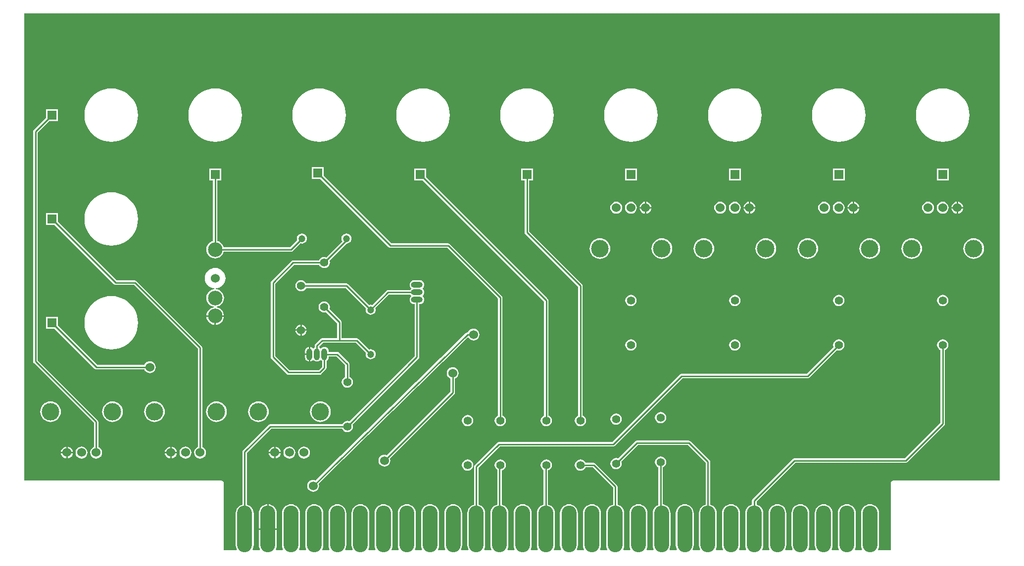
<source format=gtl>
G04 Layer_Physical_Order=1*
G04 Layer_Color=255*
%FSLAX25Y25*%
%MOIN*%
G70*
G01*
G75*
%ADD10O,0.10000X0.31500*%
%ADD11C,0.01000*%
%ADD12C,0.05512*%
%ADD13R,0.05905X0.05905*%
%ADD14O,0.03937X0.07874*%
%ADD15O,0.03937X0.07874*%
%ADD16C,0.04724*%
%ADD17O,0.07874X0.03937*%
%ADD18O,0.07874X0.03937*%
%ADD19C,0.06000*%
%ADD20C,0.11811*%
%ADD21C,0.09842*%
%ADD22R,0.05905X0.05905*%
G36*
X1288471Y313498D02*
X1216677D01*
X1216092Y313382D01*
X1215596Y313050D01*
X1215264Y312554D01*
X1215148Y311968D01*
Y266703D01*
X1206586D01*
X1206329Y267131D01*
X1206641Y267714D01*
X1206984Y268845D01*
X1207100Y270022D01*
Y291522D01*
X1206984Y292698D01*
X1206641Y293829D01*
X1206084Y294871D01*
X1205334Y295785D01*
X1204420Y296535D01*
X1203378Y297092D01*
X1202247Y297435D01*
X1201071Y297551D01*
X1199895Y297435D01*
X1198764Y297092D01*
X1197721Y296535D01*
X1196808Y295785D01*
X1196058Y294871D01*
X1195501Y293829D01*
X1195158Y292698D01*
X1195042Y291522D01*
Y270022D01*
X1195158Y268845D01*
X1195501Y267714D01*
X1195812Y267131D01*
X1195555Y266703D01*
X1191001D01*
X1190744Y267131D01*
X1191055Y267714D01*
X1191398Y268845D01*
X1191514Y270022D01*
Y291522D01*
X1191398Y292698D01*
X1191055Y293829D01*
X1190498Y294871D01*
X1189748Y295785D01*
X1188835Y296535D01*
X1187792Y297092D01*
X1186661Y297435D01*
X1185485Y297551D01*
X1184309Y297435D01*
X1183178Y297092D01*
X1182135Y296535D01*
X1181222Y295785D01*
X1180472Y294871D01*
X1179915Y293829D01*
X1179572Y292698D01*
X1179456Y291522D01*
Y270022D01*
X1179572Y268845D01*
X1179915Y267714D01*
X1180227Y267131D01*
X1179970Y266703D01*
X1175401D01*
X1175144Y267131D01*
X1175455Y267714D01*
X1175798Y268845D01*
X1175914Y270022D01*
Y291522D01*
X1175798Y292698D01*
X1175455Y293829D01*
X1174898Y294871D01*
X1174148Y295785D01*
X1173235Y296535D01*
X1172192Y297092D01*
X1171061Y297435D01*
X1169885Y297551D01*
X1168709Y297435D01*
X1167578Y297092D01*
X1166535Y296535D01*
X1165622Y295785D01*
X1164872Y294871D01*
X1164315Y293829D01*
X1163972Y292698D01*
X1163856Y291522D01*
Y270022D01*
X1163972Y268845D01*
X1164315Y267714D01*
X1164627Y267131D01*
X1164369Y266703D01*
X1159701D01*
X1159443Y267131D01*
X1159755Y267714D01*
X1160098Y268845D01*
X1160214Y270022D01*
Y291522D01*
X1160098Y292698D01*
X1159755Y293829D01*
X1159198Y294871D01*
X1158448Y295785D01*
X1157535Y296535D01*
X1156492Y297092D01*
X1155361Y297435D01*
X1154185Y297551D01*
X1153009Y297435D01*
X1151878Y297092D01*
X1150836Y296535D01*
X1149922Y295785D01*
X1149172Y294871D01*
X1148615Y293829D01*
X1148272Y292698D01*
X1148156Y291522D01*
Y270022D01*
X1148272Y268845D01*
X1148615Y267714D01*
X1148927Y267131D01*
X1148670Y266703D01*
X1144193D01*
X1143936Y267131D01*
X1144247Y267714D01*
X1144590Y268845D01*
X1144706Y270022D01*
Y291522D01*
X1144590Y292698D01*
X1144247Y293829D01*
X1143690Y294871D01*
X1142940Y295785D01*
X1142027Y296535D01*
X1140984Y297092D01*
X1139853Y297435D01*
X1138677Y297551D01*
X1137501Y297435D01*
X1136370Y297092D01*
X1135328Y296535D01*
X1134414Y295785D01*
X1133664Y294871D01*
X1133107Y293829D01*
X1132764Y292698D01*
X1132648Y291522D01*
Y270022D01*
X1132764Y268845D01*
X1133107Y267714D01*
X1133419Y267131D01*
X1133162Y266703D01*
X1128602D01*
X1128345Y267131D01*
X1128657Y267714D01*
X1129000Y268845D01*
X1129116Y270022D01*
Y291522D01*
X1129000Y292698D01*
X1128657Y293829D01*
X1128100Y294871D01*
X1127350Y295785D01*
X1126436Y296535D01*
X1125394Y297092D01*
X1124616Y297328D01*
Y299453D01*
X1150634Y325471D01*
X1225000D01*
X1225585Y325587D01*
X1226081Y325919D01*
X1251081Y350919D01*
X1251413Y351415D01*
X1251529Y352000D01*
Y401568D01*
X1251894Y401719D01*
X1252679Y402321D01*
X1253281Y403106D01*
X1253659Y404019D01*
X1253788Y405000D01*
X1253659Y405980D01*
X1253281Y406894D01*
X1252679Y407679D01*
X1251894Y408281D01*
X1250980Y408659D01*
X1250000Y408788D01*
X1249020Y408659D01*
X1248106Y408281D01*
X1247321Y407679D01*
X1246719Y406894D01*
X1246341Y405980D01*
X1246212Y405000D01*
X1246341Y404019D01*
X1246719Y403106D01*
X1247321Y402321D01*
X1248106Y401719D01*
X1248471Y401568D01*
Y352634D01*
X1224366Y328529D01*
X1150000D01*
X1149415Y328413D01*
X1148919Y328081D01*
X1122005Y301168D01*
X1121674Y300672D01*
X1121557Y300087D01*
Y297328D01*
X1120779Y297092D01*
X1119737Y296535D01*
X1118823Y295785D01*
X1118074Y294871D01*
X1117517Y293829D01*
X1117173Y292698D01*
X1117058Y291522D01*
Y270022D01*
X1117173Y268845D01*
X1117517Y267714D01*
X1117828Y267131D01*
X1117571Y266703D01*
X1113001D01*
X1112743Y267131D01*
X1113055Y267714D01*
X1113398Y268845D01*
X1113514Y270022D01*
Y291522D01*
X1113398Y292698D01*
X1113055Y293829D01*
X1112498Y294871D01*
X1111748Y295785D01*
X1110835Y296535D01*
X1109792Y297092D01*
X1108661Y297435D01*
X1107485Y297551D01*
X1106309Y297435D01*
X1105178Y297092D01*
X1104136Y296535D01*
X1103222Y295785D01*
X1102472Y294871D01*
X1101915Y293829D01*
X1101572Y292698D01*
X1101456Y291522D01*
Y270022D01*
X1101572Y268845D01*
X1101915Y267714D01*
X1102227Y267131D01*
X1101970Y266703D01*
X1097401D01*
X1097143Y267131D01*
X1097455Y267714D01*
X1097798Y268845D01*
X1097914Y270022D01*
Y291522D01*
X1097798Y292698D01*
X1097455Y293829D01*
X1096898Y294871D01*
X1096148Y295785D01*
X1095235Y296535D01*
X1094192Y297092D01*
X1093414Y297328D01*
Y326115D01*
X1093298Y326700D01*
X1092966Y327196D01*
X1080081Y340081D01*
X1079585Y340413D01*
X1079000Y340529D01*
X1044000D01*
X1043415Y340413D01*
X1042919Y340081D01*
X1031345Y328508D01*
X1030980Y328659D01*
X1030000Y328788D01*
X1029020Y328659D01*
X1028106Y328281D01*
X1027321Y327679D01*
X1026719Y326894D01*
X1026341Y325980D01*
X1026212Y325000D01*
X1026341Y324020D01*
X1026719Y323106D01*
X1027321Y322321D01*
X1028106Y321719D01*
X1029020Y321341D01*
X1030000Y321212D01*
X1030980Y321341D01*
X1031894Y321719D01*
X1032679Y322321D01*
X1033281Y323106D01*
X1033659Y324020D01*
X1033788Y325000D01*
X1033659Y325980D01*
X1033508Y326345D01*
X1044633Y337471D01*
X1078366D01*
X1090356Y325482D01*
Y297328D01*
X1089578Y297092D01*
X1088535Y296535D01*
X1087622Y295785D01*
X1086872Y294871D01*
X1086315Y293829D01*
X1085972Y292698D01*
X1085856Y291522D01*
Y270022D01*
X1085972Y268845D01*
X1086315Y267714D01*
X1086627Y267131D01*
X1086370Y266703D01*
X1081801D01*
X1081544Y267131D01*
X1081855Y267714D01*
X1082198Y268845D01*
X1082314Y270022D01*
Y291522D01*
X1082198Y292698D01*
X1081855Y293829D01*
X1081298Y294871D01*
X1080548Y295785D01*
X1079635Y296535D01*
X1078592Y297092D01*
X1077461Y297435D01*
X1076285Y297551D01*
X1075109Y297435D01*
X1073978Y297092D01*
X1072935Y296535D01*
X1072022Y295785D01*
X1071272Y294871D01*
X1070715Y293829D01*
X1070372Y292698D01*
X1070256Y291522D01*
Y270022D01*
X1070372Y268845D01*
X1070715Y267714D01*
X1071027Y267131D01*
X1070770Y266703D01*
X1066202D01*
X1065945Y267131D01*
X1066257Y267714D01*
X1066600Y268845D01*
X1066716Y270022D01*
Y291522D01*
X1066600Y292698D01*
X1066257Y293829D01*
X1065700Y294871D01*
X1064950Y295785D01*
X1064036Y296535D01*
X1062994Y297092D01*
X1061863Y297435D01*
X1061529Y297468D01*
Y322568D01*
X1061894Y322719D01*
X1062679Y323321D01*
X1063281Y324106D01*
X1063659Y325020D01*
X1063788Y326000D01*
X1063659Y326980D01*
X1063281Y327894D01*
X1062679Y328679D01*
X1061894Y329281D01*
X1060981Y329659D01*
X1060000Y329788D01*
X1059019Y329659D01*
X1058106Y329281D01*
X1057321Y328679D01*
X1056719Y327894D01*
X1056341Y326980D01*
X1056212Y326000D01*
X1056341Y325020D01*
X1056719Y324106D01*
X1057321Y323321D01*
X1058106Y322719D01*
X1058471Y322568D01*
Y297119D01*
X1058379Y297092D01*
X1057337Y296535D01*
X1056423Y295785D01*
X1055674Y294871D01*
X1055116Y293829D01*
X1054773Y292698D01*
X1054658Y291522D01*
Y270022D01*
X1054773Y268845D01*
X1055116Y267714D01*
X1055428Y267131D01*
X1055171Y266703D01*
X1050615D01*
X1050358Y267131D01*
X1050669Y267714D01*
X1051012Y268845D01*
X1051128Y270022D01*
Y291522D01*
X1051012Y292698D01*
X1050669Y293829D01*
X1050112Y294871D01*
X1049362Y295785D01*
X1048449Y296535D01*
X1047406Y297092D01*
X1046275Y297435D01*
X1045099Y297551D01*
X1043923Y297435D01*
X1042792Y297092D01*
X1041750Y296535D01*
X1040836Y295785D01*
X1040086Y294871D01*
X1039529Y293829D01*
X1039186Y292698D01*
X1039070Y291522D01*
Y270022D01*
X1039186Y268845D01*
X1039529Y267714D01*
X1039841Y267131D01*
X1039584Y266703D01*
X1035015D01*
X1034758Y267131D01*
X1035069Y267714D01*
X1035412Y268845D01*
X1035528Y270022D01*
Y291522D01*
X1035412Y292698D01*
X1035069Y293829D01*
X1034512Y294871D01*
X1033762Y295785D01*
X1032849Y296535D01*
X1031806Y297092D01*
X1031029Y297328D01*
Y309501D01*
X1030912Y310086D01*
X1030581Y310582D01*
X1016081Y325081D01*
X1015585Y325413D01*
X1015000Y325529D01*
X1009432D01*
X1009281Y325894D01*
X1008679Y326679D01*
X1007894Y327281D01*
X1006981Y327659D01*
X1006000Y327788D01*
X1005019Y327659D01*
X1004106Y327281D01*
X1003321Y326679D01*
X1002719Y325894D01*
X1002341Y324980D01*
X1002212Y324000D01*
X1002341Y323020D01*
X1002719Y322106D01*
X1003321Y321321D01*
X1004106Y320719D01*
X1005019Y320341D01*
X1006000Y320212D01*
X1006981Y320341D01*
X1007894Y320719D01*
X1008679Y321321D01*
X1009281Y322106D01*
X1009432Y322471D01*
X1014367D01*
X1027970Y308867D01*
Y297328D01*
X1027192Y297092D01*
X1026150Y296535D01*
X1025236Y295785D01*
X1024486Y294871D01*
X1023929Y293829D01*
X1023586Y292698D01*
X1023470Y291522D01*
Y270022D01*
X1023586Y268845D01*
X1023929Y267714D01*
X1024241Y267131D01*
X1023984Y266703D01*
X1019315D01*
X1019058Y267131D01*
X1019369Y267714D01*
X1019712Y268845D01*
X1019828Y270022D01*
Y291522D01*
X1019712Y292698D01*
X1019369Y293829D01*
X1018812Y294871D01*
X1018062Y295785D01*
X1017149Y296535D01*
X1016106Y297092D01*
X1014975Y297435D01*
X1013799Y297551D01*
X1012623Y297435D01*
X1011492Y297092D01*
X1010450Y296535D01*
X1009536Y295785D01*
X1008786Y294871D01*
X1008229Y293829D01*
X1007886Y292698D01*
X1007770Y291522D01*
Y270022D01*
X1007886Y268845D01*
X1008229Y267714D01*
X1008541Y267131D01*
X1008284Y266703D01*
X1003807D01*
X1003550Y267131D01*
X1003861Y267714D01*
X1004204Y268845D01*
X1004320Y270022D01*
Y291522D01*
X1004204Y292698D01*
X1003861Y293829D01*
X1003304Y294871D01*
X1002555Y295785D01*
X1001641Y296535D01*
X1000599Y297092D01*
X999467Y297435D01*
X998291Y297551D01*
X997115Y297435D01*
X995984Y297092D01*
X994942Y296535D01*
X994028Y295785D01*
X993278Y294871D01*
X992721Y293829D01*
X992378Y292698D01*
X992262Y291522D01*
Y270022D01*
X992378Y268845D01*
X992721Y267714D01*
X993033Y267131D01*
X992776Y266703D01*
X988216D01*
X987959Y267131D01*
X988271Y267714D01*
X988614Y268845D01*
X988730Y270022D01*
Y291522D01*
X988614Y292698D01*
X988271Y293829D01*
X987714Y294871D01*
X986964Y295785D01*
X986050Y296535D01*
X985008Y297092D01*
X984230Y297328D01*
Y320444D01*
X984894Y320719D01*
X985679Y321321D01*
X986281Y322106D01*
X986659Y323020D01*
X986788Y324000D01*
X986659Y324980D01*
X986281Y325894D01*
X985679Y326679D01*
X984894Y327281D01*
X983980Y327659D01*
X983000Y327788D01*
X982020Y327659D01*
X981106Y327281D01*
X980321Y326679D01*
X979719Y325894D01*
X979341Y324980D01*
X979212Y324000D01*
X979341Y323020D01*
X979719Y322106D01*
X980321Y321321D01*
X981106Y320719D01*
X981171Y320692D01*
Y297328D01*
X980394Y297092D01*
X979351Y296535D01*
X978438Y295785D01*
X977688Y294871D01*
X977131Y293829D01*
X976788Y292698D01*
X976672Y291522D01*
Y270022D01*
X976788Y268845D01*
X977131Y267714D01*
X977442Y267131D01*
X977185Y266703D01*
X972615D01*
X972358Y267131D01*
X972669Y267714D01*
X973012Y268845D01*
X973128Y270022D01*
Y291522D01*
X973012Y292698D01*
X972669Y293829D01*
X972112Y294871D01*
X971362Y295785D01*
X970449Y296535D01*
X969406Y297092D01*
X968275Y297435D01*
X967099Y297551D01*
X965923Y297435D01*
X964792Y297092D01*
X963750Y296535D01*
X962836Y295785D01*
X962086Y294871D01*
X961529Y293829D01*
X961186Y292698D01*
X961070Y291522D01*
Y270022D01*
X961186Y268845D01*
X961529Y267714D01*
X961841Y267131D01*
X961584Y266703D01*
X957015D01*
X956758Y267131D01*
X957069Y267714D01*
X957412Y268845D01*
X957528Y270022D01*
Y291522D01*
X957412Y292698D01*
X957069Y293829D01*
X956512Y294871D01*
X955762Y295785D01*
X954849Y296535D01*
X953806Y297092D01*
X953029Y297328D01*
Y320361D01*
X953894Y320719D01*
X954679Y321321D01*
X955281Y322106D01*
X955659Y323020D01*
X955788Y324000D01*
X955659Y324980D01*
X955281Y325894D01*
X954679Y326679D01*
X953894Y327281D01*
X952981Y327659D01*
X952000Y327788D01*
X951019Y327659D01*
X950106Y327281D01*
X949321Y326679D01*
X948719Y325894D01*
X948341Y324980D01*
X948212Y324000D01*
X948341Y323020D01*
X948719Y322106D01*
X949321Y321321D01*
X949970Y320824D01*
Y297328D01*
X949192Y297092D01*
X948150Y296535D01*
X947236Y295785D01*
X946486Y294871D01*
X945929Y293829D01*
X945586Y292698D01*
X945470Y291522D01*
Y270022D01*
X945586Y268845D01*
X945929Y267714D01*
X946241Y267131D01*
X945984Y266703D01*
X941415D01*
X941158Y267131D01*
X941469Y267714D01*
X941812Y268845D01*
X941928Y270022D01*
Y291522D01*
X941812Y292698D01*
X941469Y293829D01*
X940912Y294871D01*
X940162Y295785D01*
X939249Y296535D01*
X938206Y297092D01*
X937429Y297328D01*
Y322266D01*
X951633Y336471D01*
X1028000D01*
X1028585Y336587D01*
X1029081Y336919D01*
X1074634Y382471D01*
X1159000D01*
X1159585Y382587D01*
X1160081Y382919D01*
X1178655Y401492D01*
X1179020Y401341D01*
X1180000Y401212D01*
X1180980Y401341D01*
X1181894Y401719D01*
X1182679Y402321D01*
X1183281Y403106D01*
X1183659Y404019D01*
X1183788Y405000D01*
X1183659Y405980D01*
X1183281Y406894D01*
X1182679Y407679D01*
X1181894Y408281D01*
X1180980Y408659D01*
X1180000Y408788D01*
X1179020Y408659D01*
X1178106Y408281D01*
X1177321Y407679D01*
X1176719Y406894D01*
X1176341Y405980D01*
X1176212Y405000D01*
X1176341Y404019D01*
X1176492Y403655D01*
X1158366Y385529D01*
X1074000D01*
X1073415Y385413D01*
X1072919Y385081D01*
X1027367Y339529D01*
X951000D01*
X950415Y339413D01*
X949919Y339081D01*
X934818Y323981D01*
X934486Y323484D01*
X934370Y322899D01*
Y297328D01*
X933592Y297092D01*
X932550Y296535D01*
X931636Y295785D01*
X930886Y294871D01*
X930329Y293829D01*
X929986Y292698D01*
X929870Y291522D01*
Y270022D01*
X929986Y268845D01*
X930329Y267714D01*
X930641Y267131D01*
X930384Y266703D01*
X925816D01*
X925559Y267131D01*
X925871Y267714D01*
X926214Y268845D01*
X926330Y270022D01*
Y291522D01*
X926214Y292698D01*
X925871Y293829D01*
X925314Y294871D01*
X924564Y295785D01*
X923650Y296535D01*
X922608Y297092D01*
X921477Y297435D01*
X920301Y297551D01*
X919125Y297435D01*
X917994Y297092D01*
X916951Y296535D01*
X916038Y295785D01*
X915288Y294871D01*
X914731Y293829D01*
X914388Y292698D01*
X914272Y291522D01*
Y270022D01*
X914388Y268845D01*
X914731Y267714D01*
X915042Y267131D01*
X914785Y266703D01*
X910229D01*
X909972Y267131D01*
X910283Y267714D01*
X910627Y268845D01*
X910742Y270022D01*
Y291522D01*
X910627Y292698D01*
X910283Y293829D01*
X909726Y294871D01*
X908977Y295785D01*
X908063Y296535D01*
X907021Y297092D01*
X905890Y297435D01*
X904713Y297551D01*
X903537Y297435D01*
X902406Y297092D01*
X901364Y296535D01*
X900450Y295785D01*
X899700Y294871D01*
X899143Y293829D01*
X898800Y292698D01*
X898684Y291522D01*
Y270022D01*
X898800Y268845D01*
X899143Y267714D01*
X899455Y267131D01*
X899198Y266703D01*
X894629D01*
X894372Y267131D01*
X894683Y267714D01*
X895027Y268845D01*
X895142Y270022D01*
Y291522D01*
X895027Y292698D01*
X894683Y293829D01*
X894126Y294871D01*
X893377Y295785D01*
X892463Y296535D01*
X891421Y297092D01*
X890290Y297435D01*
X889113Y297551D01*
X887937Y297435D01*
X886806Y297092D01*
X885764Y296535D01*
X884850Y295785D01*
X884100Y294871D01*
X883543Y293829D01*
X883200Y292698D01*
X883084Y291522D01*
Y270022D01*
X883200Y268845D01*
X883543Y267714D01*
X883855Y267131D01*
X883598Y266703D01*
X878929D01*
X878672Y267131D01*
X878983Y267714D01*
X879327Y268845D01*
X879442Y270022D01*
Y291522D01*
X879327Y292698D01*
X878983Y293829D01*
X878426Y294871D01*
X877677Y295785D01*
X876763Y296535D01*
X875721Y297092D01*
X874590Y297435D01*
X873413Y297551D01*
X872237Y297435D01*
X871106Y297092D01*
X870064Y296535D01*
X869150Y295785D01*
X868400Y294871D01*
X867843Y293829D01*
X867500Y292698D01*
X867384Y291522D01*
Y270022D01*
X867500Y268845D01*
X867843Y267714D01*
X868155Y267131D01*
X867898Y266703D01*
X863421D01*
X863164Y267131D01*
X863476Y267714D01*
X863819Y268845D01*
X863935Y270022D01*
Y291522D01*
X863819Y292698D01*
X863476Y293829D01*
X862918Y294871D01*
X862169Y295785D01*
X861255Y296535D01*
X860213Y297092D01*
X859082Y297435D01*
X857905Y297551D01*
X856729Y297435D01*
X855598Y297092D01*
X854556Y296535D01*
X853642Y295785D01*
X852893Y294871D01*
X852335Y293829D01*
X851992Y292698D01*
X851877Y291522D01*
Y270022D01*
X851992Y268845D01*
X852335Y267714D01*
X852647Y267131D01*
X852390Y266703D01*
X847830D01*
X847573Y267131D01*
X847885Y267714D01*
X848228Y268845D01*
X848344Y270022D01*
Y291522D01*
X848228Y292698D01*
X847885Y293829D01*
X847328Y294871D01*
X846578Y295785D01*
X845665Y296535D01*
X844622Y297092D01*
X843491Y297435D01*
X842315Y297551D01*
X841139Y297435D01*
X840008Y297092D01*
X838965Y296535D01*
X838052Y295785D01*
X837302Y294871D01*
X836745Y293829D01*
X836402Y292698D01*
X836286Y291522D01*
Y270022D01*
X836402Y268845D01*
X836745Y267714D01*
X837057Y267131D01*
X836799Y266703D01*
X832229D01*
X831972Y267131D01*
X832283Y267714D01*
X832627Y268845D01*
X832742Y270022D01*
Y291522D01*
X832627Y292698D01*
X832283Y293829D01*
X831726Y294871D01*
X830977Y295785D01*
X830063Y296535D01*
X829021Y297092D01*
X827890Y297435D01*
X826713Y297551D01*
X825537Y297435D01*
X824406Y297092D01*
X823364Y296535D01*
X822450Y295785D01*
X821700Y294871D01*
X821143Y293829D01*
X820800Y292698D01*
X820684Y291522D01*
Y270022D01*
X820800Y268845D01*
X821143Y267714D01*
X821455Y267131D01*
X821198Y266703D01*
X816629D01*
X816372Y267131D01*
X816683Y267714D01*
X817027Y268845D01*
X817142Y270022D01*
Y291522D01*
X817027Y292698D01*
X816683Y293829D01*
X816126Y294871D01*
X815377Y295785D01*
X814463Y296535D01*
X813421Y297092D01*
X812290Y297435D01*
X811113Y297551D01*
X809937Y297435D01*
X808806Y297092D01*
X807764Y296535D01*
X806850Y295785D01*
X806100Y294871D01*
X805543Y293829D01*
X805200Y292698D01*
X805084Y291522D01*
Y270022D01*
X805200Y268845D01*
X805543Y267714D01*
X805855Y267131D01*
X805598Y266703D01*
X801029D01*
X800772Y267131D01*
X801083Y267714D01*
X801427Y268845D01*
X801542Y270022D01*
Y280272D01*
X789484D01*
Y270022D01*
X789600Y268845D01*
X789943Y267714D01*
X790255Y267131D01*
X789998Y266703D01*
X785430D01*
X785174Y267131D01*
X785485Y267714D01*
X785828Y268845D01*
X785944Y270022D01*
Y291522D01*
X785828Y292698D01*
X785485Y293829D01*
X784928Y294871D01*
X784178Y295785D01*
X783264Y296535D01*
X782222Y297092D01*
X781444Y297328D01*
Y332281D01*
X797634Y348471D01*
X845568D01*
X845719Y348106D01*
X846321Y347321D01*
X847106Y346719D01*
X848020Y346341D01*
X849000Y346212D01*
X849981Y346341D01*
X850894Y346719D01*
X851679Y347321D01*
X852281Y348106D01*
X852659Y349020D01*
X852788Y350000D01*
X852659Y350980D01*
X852508Y351345D01*
X896987Y395824D01*
X897318Y396320D01*
X897435Y396905D01*
Y432565D01*
X897874D01*
X898649Y432667D01*
X899371Y432966D01*
X899991Y433442D01*
X900467Y434062D01*
X900766Y434784D01*
X900868Y435559D01*
X900766Y436334D01*
X900467Y437056D01*
X899991Y437676D01*
X899818Y437809D01*
Y438309D01*
X899991Y438442D01*
X900467Y439062D01*
X900766Y439784D01*
X900868Y440559D01*
X900766Y441334D01*
X900467Y442056D01*
X899991Y442676D01*
X899818Y442809D01*
Y443309D01*
X899991Y443442D01*
X900467Y444062D01*
X900766Y444784D01*
X900868Y445559D01*
X900766Y446334D01*
X900467Y447056D01*
X899991Y447676D01*
X899371Y448152D01*
X898649Y448451D01*
X897874Y448553D01*
X893937D01*
X893162Y448451D01*
X892440Y448152D01*
X891820Y447676D01*
X891344Y447056D01*
X891045Y446334D01*
X890943Y445559D01*
X891045Y444784D01*
X891344Y444062D01*
X891820Y443442D01*
X891993Y443309D01*
Y442809D01*
X891820Y442676D01*
X891369Y442089D01*
X876504D01*
X875919Y441972D01*
X875422Y441641D01*
X865753Y431971D01*
X865586Y432039D01*
X864709Y432155D01*
X863831Y432039D01*
X863665Y431971D01*
X849593Y446042D01*
X849097Y446374D01*
X848512Y446490D01*
X821345D01*
X821194Y446855D01*
X820592Y447639D01*
X819808Y448241D01*
X818894Y448620D01*
X817913Y448749D01*
X816933Y448620D01*
X816019Y448241D01*
X815235Y447639D01*
X814633Y446855D01*
X814254Y445941D01*
X814125Y444961D01*
X814254Y443980D01*
X814633Y443067D01*
X815235Y442282D01*
X816019Y441680D01*
X816933Y441301D01*
X817913Y441172D01*
X818894Y441301D01*
X819808Y441680D01*
X820592Y442282D01*
X821194Y443067D01*
X821345Y443431D01*
X847878D01*
X861502Y429808D01*
X861433Y429641D01*
X861317Y428764D01*
X861433Y427886D01*
X861772Y427068D01*
X862311Y426366D01*
X863013Y425827D01*
X863831Y425488D01*
X864709Y425373D01*
X865586Y425488D01*
X866404Y425827D01*
X867107Y426366D01*
X867645Y427068D01*
X867984Y427886D01*
X868100Y428764D01*
X867984Y429641D01*
X867916Y429808D01*
X877137Y439030D01*
X891369D01*
X891820Y438442D01*
X891993Y438309D01*
Y437809D01*
X891820Y437676D01*
X891344Y437056D01*
X891045Y436334D01*
X890943Y435559D01*
X891045Y434784D01*
X891344Y434062D01*
X891820Y433442D01*
X892440Y432966D01*
X893162Y432667D01*
X893937Y432565D01*
X894376D01*
Y397539D01*
X850345Y353508D01*
X849981Y353659D01*
X849000Y353788D01*
X848020Y353659D01*
X847106Y353281D01*
X846321Y352679D01*
X845719Y351894D01*
X845568Y351529D01*
X797000D01*
X796415Y351413D01*
X795919Y351081D01*
X778833Y333996D01*
X778502Y333500D01*
X778386Y332915D01*
Y297328D01*
X777608Y297092D01*
X776565Y296535D01*
X775652Y295785D01*
X774902Y294871D01*
X774345Y293829D01*
X774002Y292698D01*
X773886Y291522D01*
Y270022D01*
X774002Y268845D01*
X774345Y267714D01*
X774656Y267131D01*
X774399Y266703D01*
X765852D01*
Y280772D01*
Y311968D01*
X765736Y312554D01*
X765404Y313050D01*
X764908Y313382D01*
X764323Y313498D01*
X631529D01*
Y628471D01*
X1288471D01*
Y313498D01*
D02*
G37*
%LPC*%
G36*
X830866Y366939D02*
X829512Y366806D01*
X828211Y366411D01*
X827011Y365770D01*
X825960Y364907D01*
X825097Y363855D01*
X824455Y362655D01*
X824061Y361354D01*
X823927Y360000D01*
X824061Y358646D01*
X824455Y357345D01*
X825097Y356145D01*
X825960Y355093D01*
X827011Y354230D01*
X828211Y353589D01*
X829512Y353194D01*
X830866Y353061D01*
X832220Y353194D01*
X833522Y353589D01*
X834721Y354230D01*
X835773Y355093D01*
X836636Y356145D01*
X837277Y357345D01*
X837672Y358646D01*
X837805Y360000D01*
X837672Y361354D01*
X837277Y362655D01*
X836636Y363855D01*
X835773Y364907D01*
X834721Y365770D01*
X833522Y366411D01*
X832220Y366806D01*
X830866Y366939D01*
D02*
G37*
G36*
X789134D02*
X787780Y366806D01*
X786478Y366411D01*
X785279Y365770D01*
X784227Y364907D01*
X783364Y363855D01*
X782723Y362655D01*
X782328Y361354D01*
X782195Y360000D01*
X782328Y358646D01*
X782723Y357345D01*
X783364Y356145D01*
X784227Y355093D01*
X785279Y354230D01*
X786478Y353589D01*
X787780Y353194D01*
X789134Y353061D01*
X790488Y353194D01*
X791789Y353589D01*
X792989Y354230D01*
X794040Y355093D01*
X794903Y356145D01*
X795545Y357345D01*
X795939Y358646D01*
X796073Y360000D01*
X795939Y361354D01*
X795545Y362655D01*
X794903Y363855D01*
X794040Y364907D01*
X792989Y365770D01*
X791789Y366411D01*
X790488Y366806D01*
X789134Y366939D01*
D02*
G37*
G36*
X760866D02*
X759512Y366806D01*
X758211Y366411D01*
X757011Y365770D01*
X755960Y364907D01*
X755097Y363855D01*
X754455Y362655D01*
X754061Y361354D01*
X753927Y360000D01*
X754061Y358646D01*
X754455Y357345D01*
X755097Y356145D01*
X755960Y355093D01*
X757011Y354230D01*
X758211Y353589D01*
X759512Y353194D01*
X760866Y353061D01*
X762220Y353194D01*
X763522Y353589D01*
X764721Y354230D01*
X765773Y355093D01*
X766636Y356145D01*
X767277Y357345D01*
X767672Y358646D01*
X767805Y360000D01*
X767672Y361354D01*
X767277Y362655D01*
X766636Y363855D01*
X765773Y364907D01*
X764721Y365770D01*
X763522Y366411D01*
X762220Y366806D01*
X760866Y366939D01*
D02*
G37*
G36*
X823012Y403661D02*
X822737Y403624D01*
X822015Y403325D01*
X821395Y402849D01*
X820919Y402229D01*
X820620Y401507D01*
X820518Y400732D01*
Y399264D01*
X823012D01*
Y403661D01*
D02*
G37*
G36*
Y398264D02*
X820518D01*
Y396795D01*
X820620Y396020D01*
X820919Y395298D01*
X821395Y394678D01*
X822015Y394202D01*
X822737Y393903D01*
X823012Y393867D01*
Y398264D01*
D02*
G37*
G36*
X653953Y423953D02*
X646047D01*
Y416047D01*
X651790D01*
X678919Y388919D01*
X679415Y388587D01*
X680000Y388471D01*
X712304D01*
X712506Y387983D01*
X713147Y387147D01*
X713983Y386506D01*
X714956Y386103D01*
X716000Y385965D01*
X717044Y386103D01*
X718017Y386506D01*
X718853Y387147D01*
X719494Y387983D01*
X719897Y388956D01*
X720035Y390000D01*
X719897Y391044D01*
X719494Y392017D01*
X718853Y392853D01*
X718017Y393494D01*
X717044Y393897D01*
X716000Y394035D01*
X714956Y393897D01*
X713983Y393494D01*
X713147Y392853D01*
X712506Y392017D01*
X712304Y391529D01*
X680633D01*
X653953Y418210D01*
Y423953D01*
D02*
G37*
G36*
X1060000Y359788D02*
X1059019Y359659D01*
X1058106Y359281D01*
X1057321Y358679D01*
X1056719Y357894D01*
X1056341Y356980D01*
X1056212Y356000D01*
X1056341Y355019D01*
X1056719Y354106D01*
X1057321Y353321D01*
X1058106Y352719D01*
X1059019Y352341D01*
X1060000Y352212D01*
X1060981Y352341D01*
X1061894Y352719D01*
X1062679Y353321D01*
X1063281Y354106D01*
X1063659Y355019D01*
X1063788Y356000D01*
X1063659Y356980D01*
X1063281Y357894D01*
X1062679Y358679D01*
X1061894Y359281D01*
X1060981Y359659D01*
X1060000Y359788D01*
D02*
G37*
G36*
X1030000Y358788D02*
X1029020Y358659D01*
X1028106Y358281D01*
X1027321Y357679D01*
X1026719Y356894D01*
X1026341Y355980D01*
X1026212Y355000D01*
X1026341Y354019D01*
X1026719Y353106D01*
X1027321Y352321D01*
X1028106Y351719D01*
X1029020Y351341D01*
X1030000Y351212D01*
X1030980Y351341D01*
X1031894Y351719D01*
X1032679Y352321D01*
X1033281Y353106D01*
X1033659Y354019D01*
X1033788Y355000D01*
X1033659Y355980D01*
X1033281Y356894D01*
X1032679Y357679D01*
X1031894Y358281D01*
X1030980Y358659D01*
X1030000Y358788D01*
D02*
G37*
G36*
X973953Y523953D02*
X966047D01*
Y516047D01*
X968471D01*
Y481000D01*
X968587Y480415D01*
X968919Y479919D01*
X1004471Y444367D01*
Y357432D01*
X1004106Y357281D01*
X1003321Y356679D01*
X1002719Y355894D01*
X1002341Y354980D01*
X1002212Y354000D01*
X1002341Y353019D01*
X1002719Y352106D01*
X1003321Y351321D01*
X1004106Y350719D01*
X1005019Y350341D01*
X1006000Y350212D01*
X1006981Y350341D01*
X1007894Y350719D01*
X1008679Y351321D01*
X1009281Y352106D01*
X1009659Y353019D01*
X1009788Y354000D01*
X1009659Y354980D01*
X1009281Y355894D01*
X1008679Y356679D01*
X1007894Y357281D01*
X1007529Y357432D01*
Y445000D01*
X1007413Y445585D01*
X1007081Y446081D01*
X971529Y481634D01*
Y516047D01*
X973953D01*
Y523953D01*
D02*
G37*
G36*
X719134Y366939D02*
X717780Y366806D01*
X716478Y366411D01*
X715279Y365770D01*
X714227Y364907D01*
X713364Y363855D01*
X712723Y362655D01*
X712328Y361354D01*
X712195Y360000D01*
X712328Y358646D01*
X712723Y357345D01*
X713364Y356145D01*
X714227Y355093D01*
X715279Y354230D01*
X716478Y353589D01*
X717780Y353194D01*
X719134Y353061D01*
X720488Y353194D01*
X721789Y353589D01*
X722989Y354230D01*
X724040Y355093D01*
X724903Y356145D01*
X725545Y357345D01*
X725940Y358646D01*
X726073Y360000D01*
X725940Y361354D01*
X725545Y362655D01*
X724903Y363855D01*
X724040Y364907D01*
X722989Y365770D01*
X721789Y366411D01*
X720488Y366806D01*
X719134Y366939D01*
D02*
G37*
G36*
X690866D02*
X689512Y366806D01*
X688211Y366411D01*
X687011Y365770D01*
X685960Y364907D01*
X685097Y363855D01*
X684455Y362655D01*
X684060Y361354D01*
X683927Y360000D01*
X684060Y358646D01*
X684455Y357345D01*
X685097Y356145D01*
X685960Y355093D01*
X687011Y354230D01*
X688211Y353589D01*
X689512Y353194D01*
X690866Y353061D01*
X692220Y353194D01*
X693522Y353589D01*
X694721Y354230D01*
X695773Y355093D01*
X696636Y356145D01*
X697277Y357345D01*
X697672Y358646D01*
X697805Y360000D01*
X697672Y361354D01*
X697277Y362655D01*
X696636Y363855D01*
X695773Y364907D01*
X694721Y365770D01*
X693522Y366411D01*
X692220Y366806D01*
X690866Y366939D01*
D02*
G37*
G36*
X649134D02*
X647780Y366806D01*
X646478Y366411D01*
X645279Y365770D01*
X644227Y364907D01*
X643364Y363855D01*
X642723Y362655D01*
X642328Y361354D01*
X642195Y360000D01*
X642328Y358646D01*
X642723Y357345D01*
X643364Y356145D01*
X644227Y355093D01*
X645279Y354230D01*
X646478Y353589D01*
X647780Y353194D01*
X649134Y353061D01*
X650488Y353194D01*
X651789Y353589D01*
X652989Y354230D01*
X654040Y355093D01*
X654903Y356145D01*
X655545Y357345D01*
X655939Y358646D01*
X656073Y360000D01*
X655939Y361354D01*
X655545Y362655D01*
X654903Y363855D01*
X654040Y364907D01*
X652989Y365770D01*
X651789Y366411D01*
X650488Y366806D01*
X649134Y366939D01*
D02*
G37*
G36*
X759500Y423988D02*
X754099D01*
X754164Y423327D01*
X754503Y422211D01*
X755053Y421183D01*
X755793Y420281D01*
X756694Y419541D01*
X757723Y418991D01*
X758839Y418653D01*
X759500Y418587D01*
Y423988D01*
D02*
G37*
G36*
X818413Y418683D02*
Y415461D01*
X821636D01*
X821573Y415941D01*
X821194Y416855D01*
X820592Y417639D01*
X819808Y418241D01*
X818894Y418620D01*
X818413Y418683D01*
D02*
G37*
G36*
X817413Y418683D02*
X816933Y418620D01*
X816019Y418241D01*
X815235Y417639D01*
X814633Y416855D01*
X814254Y415941D01*
X814191Y415461D01*
X817413D01*
Y418683D01*
D02*
G37*
G36*
X1040000Y438788D02*
X1039019Y438659D01*
X1038106Y438281D01*
X1037321Y437679D01*
X1036719Y436894D01*
X1036341Y435981D01*
X1036212Y435000D01*
X1036341Y434020D01*
X1036719Y433106D01*
X1037321Y432321D01*
X1038106Y431719D01*
X1039019Y431341D01*
X1040000Y431212D01*
X1040981Y431341D01*
X1041894Y431719D01*
X1042679Y432321D01*
X1043281Y433106D01*
X1043659Y434020D01*
X1043788Y435000D01*
X1043659Y435981D01*
X1043281Y436894D01*
X1042679Y437679D01*
X1041894Y438281D01*
X1040981Y438659D01*
X1040000Y438788D01*
D02*
G37*
G36*
X760000Y456939D02*
X758646Y456806D01*
X757345Y456411D01*
X756145Y455769D01*
X755093Y454907D01*
X754230Y453855D01*
X753589Y452655D01*
X753194Y451354D01*
X753061Y450000D01*
X753194Y448646D01*
X753589Y447345D01*
X754230Y446145D01*
X755093Y445093D01*
X756145Y444231D01*
X757345Y443589D01*
X758646Y443194D01*
X759573Y443103D01*
Y442601D01*
X758839Y442528D01*
X757723Y442190D01*
X756694Y441640D01*
X755793Y440900D01*
X755053Y439998D01*
X754503Y438970D01*
X754164Y437854D01*
X754050Y436693D01*
X754164Y435532D01*
X754503Y434416D01*
X755053Y433387D01*
X755793Y432486D01*
X756694Y431746D01*
X757723Y431196D01*
X758839Y430857D01*
X758997Y430842D01*
Y430339D01*
X758839Y430324D01*
X757723Y429985D01*
X756694Y429435D01*
X755793Y428695D01*
X755053Y427794D01*
X754503Y426765D01*
X754164Y425649D01*
X754099Y424988D01*
X765901D01*
X765836Y425649D01*
X765497Y426765D01*
X764947Y427794D01*
X764207Y428695D01*
X763306Y429435D01*
X762277Y429985D01*
X761161Y430324D01*
X761003Y430339D01*
Y430842D01*
X761161Y430857D01*
X762277Y431196D01*
X763306Y431746D01*
X764207Y432486D01*
X764947Y433387D01*
X765497Y434416D01*
X765836Y435532D01*
X765950Y436693D01*
X765836Y437854D01*
X765497Y438970D01*
X764947Y439998D01*
X764207Y440900D01*
X763306Y441640D01*
X762277Y442190D01*
X761161Y442528D01*
X760427Y442601D01*
Y443103D01*
X761354Y443194D01*
X762655Y443589D01*
X763855Y444231D01*
X764907Y445093D01*
X765769Y446145D01*
X766411Y447345D01*
X766806Y448646D01*
X766939Y450000D01*
X766806Y451354D01*
X766411Y452655D01*
X765769Y453855D01*
X764907Y454907D01*
X763855Y455769D01*
X762655Y456411D01*
X761354Y456806D01*
X760000Y456939D01*
D02*
G37*
G36*
X765901Y423988D02*
X760500D01*
Y418587D01*
X761161Y418653D01*
X762277Y418991D01*
X763306Y419541D01*
X764207Y420281D01*
X764947Y421183D01*
X765497Y422211D01*
X765836Y423327D01*
X765901Y423988D01*
D02*
G37*
G36*
X690000Y438039D02*
X687645Y437884D01*
X685331Y437424D01*
X683097Y436665D01*
X680981Y435622D01*
X679019Y434311D01*
X677245Y432755D01*
X675689Y430981D01*
X674378Y429019D01*
X673335Y426903D01*
X672576Y424669D01*
X672116Y422355D01*
X671961Y420000D01*
X672116Y417646D01*
X672576Y415331D01*
X673335Y413097D01*
X674378Y410981D01*
X675689Y409019D01*
X677245Y407245D01*
X679019Y405689D01*
X680981Y404378D01*
X683097Y403335D01*
X685331Y402576D01*
X687645Y402116D01*
X690000Y401961D01*
X692354Y402116D01*
X694669Y402576D01*
X696903Y403335D01*
X699019Y404378D01*
X700981Y405689D01*
X702755Y407245D01*
X704311Y409019D01*
X705622Y410981D01*
X706666Y413097D01*
X707424Y415331D01*
X707884Y417646D01*
X708039Y420000D01*
X707884Y422355D01*
X707424Y424669D01*
X706666Y426903D01*
X705622Y429019D01*
X704311Y430981D01*
X702755Y432755D01*
X700981Y434311D01*
X699019Y435622D01*
X696903Y436665D01*
X694669Y437424D01*
X692354Y437884D01*
X690000Y438039D01*
D02*
G37*
G36*
X1110000Y408788D02*
X1109019Y408659D01*
X1108106Y408281D01*
X1107321Y407679D01*
X1106719Y406894D01*
X1106341Y405980D01*
X1106212Y405000D01*
X1106341Y404019D01*
X1106719Y403106D01*
X1107321Y402321D01*
X1108106Y401719D01*
X1109019Y401341D01*
X1110000Y401212D01*
X1110981Y401341D01*
X1111894Y401719D01*
X1112679Y402321D01*
X1113281Y403106D01*
X1113659Y404019D01*
X1113788Y405000D01*
X1113659Y405980D01*
X1113281Y406894D01*
X1112679Y407679D01*
X1111894Y408281D01*
X1110981Y408659D01*
X1110000Y408788D01*
D02*
G37*
G36*
X1040000D02*
X1039019Y408659D01*
X1038106Y408281D01*
X1037321Y407679D01*
X1036719Y406894D01*
X1036341Y405980D01*
X1036212Y405000D01*
X1036341Y404019D01*
X1036719Y403106D01*
X1037321Y402321D01*
X1038106Y401719D01*
X1039019Y401341D01*
X1040000Y401212D01*
X1040981Y401341D01*
X1041894Y401719D01*
X1042679Y402321D01*
X1043281Y403106D01*
X1043659Y404019D01*
X1043788Y405000D01*
X1043659Y405980D01*
X1043281Y406894D01*
X1042679Y407679D01*
X1041894Y408281D01*
X1040981Y408659D01*
X1040000Y408788D01*
D02*
G37*
G36*
X817413Y414461D02*
X814191D01*
X814254Y413980D01*
X814633Y413066D01*
X815235Y412282D01*
X816019Y411680D01*
X816933Y411301D01*
X817413Y411238D01*
Y414461D01*
D02*
G37*
G36*
X821636D02*
X818413D01*
Y411238D01*
X818894Y411301D01*
X819808Y411680D01*
X820592Y412282D01*
X821194Y413066D01*
X821573Y413980D01*
X821636Y414461D01*
D02*
G37*
G36*
X934000Y416035D02*
X932956Y415897D01*
X931983Y415494D01*
X931147Y414853D01*
X930506Y414017D01*
X930304Y413529D01*
X930000D01*
X929714Y413473D01*
X929428Y413419D01*
X929422Y413414D01*
X929415Y413413D01*
X929173Y413251D01*
X928929Y413092D01*
X827568Y313680D01*
X827044Y313897D01*
X826000Y314035D01*
X824956Y313897D01*
X823983Y313494D01*
X823147Y312853D01*
X822506Y312017D01*
X822103Y311044D01*
X821966Y310000D01*
X822103Y308956D01*
X822506Y307983D01*
X823147Y307147D01*
X823983Y306506D01*
X824956Y306103D01*
X826000Y305965D01*
X827044Y306103D01*
X828017Y306506D01*
X828853Y307147D01*
X829494Y307983D01*
X829897Y308956D01*
X830035Y310000D01*
X829897Y311044D01*
X829710Y311496D01*
X930048Y409905D01*
X930650Y409795D01*
X931147Y409147D01*
X931983Y408506D01*
X932956Y408103D01*
X934000Y407966D01*
X935044Y408103D01*
X936017Y408506D01*
X936853Y409147D01*
X937494Y409983D01*
X937897Y410956D01*
X938035Y412000D01*
X937897Y413044D01*
X937494Y414017D01*
X936853Y414853D01*
X936017Y415494D01*
X935044Y415897D01*
X934000Y416035D01*
D02*
G37*
G36*
X901953Y523953D02*
X894047D01*
Y516047D01*
X899790D01*
X981471Y434367D01*
Y357432D01*
X981106Y357281D01*
X980321Y356679D01*
X979719Y355894D01*
X979341Y354980D01*
X979212Y354000D01*
X979341Y353019D01*
X979719Y352106D01*
X980321Y351321D01*
X981106Y350719D01*
X982020Y350341D01*
X983000Y350212D01*
X983980Y350341D01*
X984894Y350719D01*
X985679Y351321D01*
X986281Y352106D01*
X986659Y353019D01*
X986788Y354000D01*
X986659Y354980D01*
X986281Y355894D01*
X985679Y356679D01*
X984894Y357281D01*
X984529Y357432D01*
Y435000D01*
X984413Y435585D01*
X984081Y436081D01*
X901953Y518210D01*
Y523953D01*
D02*
G37*
G36*
X819843Y336475D02*
X818798Y336338D01*
X817825Y335935D01*
X816990Y335294D01*
X816348Y334458D01*
X815946Y333485D01*
X815808Y332441D01*
X815946Y331397D01*
X816348Y330424D01*
X816990Y329588D01*
X817825Y328947D01*
X818798Y328544D01*
X819843Y328406D01*
X820887Y328544D01*
X821860Y328947D01*
X822695Y329588D01*
X823337Y330424D01*
X823740Y331397D01*
X823877Y332441D01*
X823740Y333485D01*
X823337Y334458D01*
X822695Y335294D01*
X821860Y335935D01*
X820887Y336338D01*
X819843Y336475D01*
D02*
G37*
G36*
X810000D02*
X808956Y336338D01*
X807983Y335935D01*
X807147Y335294D01*
X806506Y334458D01*
X806103Y333485D01*
X805966Y332441D01*
X806103Y331397D01*
X806506Y330424D01*
X807147Y329588D01*
X807983Y328947D01*
X808956Y328544D01*
X810000Y328406D01*
X811044Y328544D01*
X812017Y328947D01*
X812853Y329588D01*
X813494Y330424D01*
X813897Y331397D01*
X814034Y332441D01*
X813897Y333485D01*
X813494Y334458D01*
X812853Y335294D01*
X812017Y335935D01*
X811044Y336338D01*
X810000Y336475D01*
D02*
G37*
G36*
X653953Y493953D02*
X646047D01*
Y486047D01*
X651790D01*
X691919Y445919D01*
X692415Y445587D01*
X693000Y445471D01*
X705367D01*
X748313Y402524D01*
Y336137D01*
X747825Y335935D01*
X746990Y335294D01*
X746348Y334458D01*
X745946Y333485D01*
X745808Y332441D01*
X745946Y331397D01*
X746348Y330424D01*
X746990Y329588D01*
X747825Y328947D01*
X748798Y328544D01*
X749843Y328406D01*
X750887Y328544D01*
X751860Y328947D01*
X752695Y329588D01*
X753336Y330424D01*
X753740Y331397D01*
X753877Y332441D01*
X753740Y333485D01*
X753336Y334458D01*
X752695Y335294D01*
X751860Y335935D01*
X751372Y336137D01*
Y403158D01*
X751256Y403743D01*
X750924Y404239D01*
X707081Y448081D01*
X706585Y448413D01*
X706000Y448529D01*
X693634D01*
X653953Y488210D01*
Y493953D01*
D02*
G37*
G36*
X729658Y331941D02*
X726189D01*
X726260Y331397D01*
X726663Y330424D01*
X727305Y329588D01*
X728140Y328947D01*
X729113Y328544D01*
X729658Y328472D01*
Y331941D01*
D02*
G37*
G36*
X664126D02*
X660658D01*
Y328472D01*
X661202Y328544D01*
X662175Y328947D01*
X663010Y329588D01*
X663652Y330424D01*
X664054Y331397D01*
X664126Y331941D01*
D02*
G37*
G36*
X659657D02*
X656189D01*
X656260Y331397D01*
X656664Y330424D01*
X657305Y329588D01*
X658140Y328947D01*
X659113Y328544D01*
X659657Y328472D01*
Y331941D01*
D02*
G37*
G36*
X930000Y327788D02*
X929020Y327659D01*
X928106Y327281D01*
X927321Y326679D01*
X926719Y325894D01*
X926341Y324980D01*
X926212Y324000D01*
X926341Y323020D01*
X926719Y322106D01*
X927321Y321321D01*
X928106Y320719D01*
X929020Y320341D01*
X930000Y320212D01*
X930980Y320341D01*
X931894Y320719D01*
X932679Y321321D01*
X933281Y322106D01*
X933659Y323020D01*
X933788Y324000D01*
X933659Y324980D01*
X933281Y325894D01*
X932679Y326679D01*
X931894Y327281D01*
X930980Y327659D01*
X930000Y327788D01*
D02*
G37*
G36*
X796013Y297501D02*
Y281272D01*
X801542D01*
Y291522D01*
X801427Y292698D01*
X801083Y293829D01*
X800526Y294871D01*
X799777Y295785D01*
X798863Y296535D01*
X797821Y297092D01*
X796690Y297435D01*
X796013Y297501D01*
D02*
G37*
G36*
X795013D02*
X794337Y297435D01*
X793206Y297092D01*
X792164Y296535D01*
X791250Y295785D01*
X790500Y294871D01*
X789943Y293829D01*
X789600Y292698D01*
X789484Y291522D01*
Y281272D01*
X795013D01*
Y297501D01*
D02*
G37*
G36*
X740000Y336475D02*
X738956Y336338D01*
X737983Y335935D01*
X737147Y335294D01*
X736506Y334458D01*
X736103Y333485D01*
X735965Y332441D01*
X736103Y331397D01*
X736506Y330424D01*
X737147Y329588D01*
X737983Y328947D01*
X738956Y328544D01*
X740000Y328406D01*
X741044Y328544D01*
X742017Y328947D01*
X742853Y329588D01*
X743494Y330424D01*
X743897Y331397D01*
X744034Y332441D01*
X743897Y333485D01*
X743494Y334458D01*
X742853Y335294D01*
X742017Y335935D01*
X741044Y336338D01*
X740000Y336475D01*
D02*
G37*
G36*
X653953Y563953D02*
X646047D01*
Y558210D01*
X637919Y550081D01*
X637587Y549585D01*
X637471Y549000D01*
Y394000D01*
X637587Y393415D01*
X637919Y392919D01*
X678313Y352524D01*
Y336137D01*
X677825Y335935D01*
X676990Y335294D01*
X676348Y334458D01*
X675946Y333485D01*
X675808Y332441D01*
X675946Y331397D01*
X676348Y330424D01*
X676990Y329588D01*
X677825Y328947D01*
X678798Y328544D01*
X679843Y328406D01*
X680887Y328544D01*
X681860Y328947D01*
X682695Y329588D01*
X683336Y330424D01*
X683740Y331397D01*
X683877Y332441D01*
X683740Y333485D01*
X683336Y334458D01*
X682695Y335294D01*
X681860Y335935D01*
X681372Y336137D01*
Y353157D01*
X681255Y353743D01*
X680924Y354239D01*
X640529Y394634D01*
Y548366D01*
X648210Y556047D01*
X653953D01*
Y563953D01*
D02*
G37*
G36*
X670000Y336475D02*
X668956Y336338D01*
X667983Y335935D01*
X667147Y335294D01*
X666506Y334458D01*
X666103Y333485D01*
X665966Y332441D01*
X666103Y331397D01*
X666506Y330424D01*
X667147Y329588D01*
X667983Y328947D01*
X668956Y328544D01*
X670000Y328406D01*
X671044Y328544D01*
X672017Y328947D01*
X672853Y329588D01*
X673494Y330424D01*
X673897Y331397D01*
X674035Y332441D01*
X673897Y333485D01*
X673494Y334458D01*
X672853Y335294D01*
X672017Y335935D01*
X671044Y336338D01*
X670000Y336475D01*
D02*
G37*
G36*
X799657Y336410D02*
X799113Y336338D01*
X798140Y335935D01*
X797305Y335294D01*
X796664Y334458D01*
X796260Y333485D01*
X796189Y332941D01*
X799657D01*
Y336410D01*
D02*
G37*
G36*
X730657D02*
Y332941D01*
X734126D01*
X734055Y333485D01*
X733651Y334458D01*
X733010Y335294D01*
X732175Y335935D01*
X731202Y336338D01*
X730657Y336410D01*
D02*
G37*
G36*
X729658D02*
X729113Y336338D01*
X728140Y335935D01*
X727305Y335294D01*
X726663Y334458D01*
X726260Y333485D01*
X726189Y332941D01*
X729658D01*
Y336410D01*
D02*
G37*
G36*
X832953Y524953D02*
X825047D01*
Y517047D01*
X830790D01*
X876919Y470919D01*
X877415Y470587D01*
X878000Y470471D01*
X916366D01*
X950471Y436367D01*
Y357432D01*
X950106Y357281D01*
X949321Y356679D01*
X948719Y355894D01*
X948341Y354980D01*
X948212Y354000D01*
X948341Y353019D01*
X948719Y352106D01*
X949321Y351321D01*
X950106Y350719D01*
X951019Y350341D01*
X952000Y350212D01*
X952981Y350341D01*
X953894Y350719D01*
X954679Y351321D01*
X955281Y352106D01*
X955659Y353019D01*
X955788Y354000D01*
X955659Y354980D01*
X955281Y355894D01*
X954679Y356679D01*
X953894Y357281D01*
X953529Y357432D01*
Y437000D01*
X953413Y437585D01*
X953081Y438082D01*
X918081Y473081D01*
X917585Y473413D01*
X917000Y473529D01*
X878633D01*
X832953Y519210D01*
Y524953D01*
D02*
G37*
G36*
X930000Y357788D02*
X929020Y357659D01*
X928106Y357281D01*
X927321Y356679D01*
X926719Y355894D01*
X926341Y354980D01*
X926212Y354000D01*
X926341Y353019D01*
X926719Y352106D01*
X927321Y351321D01*
X928106Y350719D01*
X929020Y350341D01*
X930000Y350212D01*
X930980Y350341D01*
X931894Y350719D01*
X932679Y351321D01*
X933281Y352106D01*
X933659Y353019D01*
X933788Y354000D01*
X933659Y354980D01*
X933281Y355894D01*
X932679Y356679D01*
X931894Y357281D01*
X930980Y357659D01*
X930000Y357788D01*
D02*
G37*
G36*
X800657Y336410D02*
Y332941D01*
X804126D01*
X804055Y333485D01*
X803652Y334458D01*
X803010Y335294D01*
X802175Y335935D01*
X801202Y336338D01*
X800657Y336410D01*
D02*
G37*
G36*
X804126Y331941D02*
X800657D01*
Y328472D01*
X801202Y328544D01*
X802175Y328947D01*
X803010Y329588D01*
X803652Y330424D01*
X804055Y331397D01*
X804126Y331941D01*
D02*
G37*
G36*
X799657D02*
X796189D01*
X796260Y331397D01*
X796664Y330424D01*
X797305Y329588D01*
X798140Y328947D01*
X799113Y328544D01*
X799657Y328472D01*
Y331941D01*
D02*
G37*
G36*
X734126D02*
X730657D01*
Y328472D01*
X731202Y328544D01*
X732175Y328947D01*
X733010Y329588D01*
X733651Y330424D01*
X734055Y331397D01*
X734126Y331941D01*
D02*
G37*
G36*
X660658Y336410D02*
Y332941D01*
X664126D01*
X664054Y333485D01*
X663652Y334458D01*
X663010Y335294D01*
X662175Y335935D01*
X661202Y336338D01*
X660658Y336410D01*
D02*
G37*
G36*
X659657D02*
X659113Y336338D01*
X658140Y335935D01*
X657305Y335294D01*
X656664Y334458D01*
X656260Y333485D01*
X656189Y332941D01*
X659657D01*
Y336410D01*
D02*
G37*
G36*
X920000Y390035D02*
X918956Y389897D01*
X917983Y389494D01*
X917147Y388853D01*
X916506Y388017D01*
X916103Y387044D01*
X915965Y386000D01*
X916103Y384956D01*
X916506Y383983D01*
X917147Y383147D01*
X917983Y382506D01*
X918471Y382304D01*
Y373634D01*
X875532Y330695D01*
X875044Y330897D01*
X874000Y331034D01*
X872956Y330897D01*
X871983Y330494D01*
X871147Y329853D01*
X870506Y329017D01*
X870103Y328044D01*
X869965Y327000D01*
X870103Y325956D01*
X870506Y324983D01*
X871147Y324147D01*
X871983Y323506D01*
X872956Y323103D01*
X874000Y322966D01*
X875044Y323103D01*
X876017Y323506D01*
X876853Y324147D01*
X877494Y324983D01*
X877897Y325956D01*
X878034Y327000D01*
X877897Y328044D01*
X877695Y328532D01*
X921081Y371919D01*
X921413Y372415D01*
X921529Y373000D01*
Y382304D01*
X922017Y382506D01*
X922853Y383147D01*
X923494Y383983D01*
X923897Y384956D01*
X924035Y386000D01*
X923897Y387044D01*
X923494Y388017D01*
X922853Y388853D01*
X922017Y389494D01*
X921044Y389897D01*
X920000Y390035D01*
D02*
G37*
G36*
X1110000Y438788D02*
X1109019Y438659D01*
X1108106Y438281D01*
X1107321Y437679D01*
X1106719Y436894D01*
X1106341Y435981D01*
X1106212Y435000D01*
X1106341Y434020D01*
X1106719Y433106D01*
X1107321Y432321D01*
X1108106Y431719D01*
X1109019Y431341D01*
X1110000Y431212D01*
X1110981Y431341D01*
X1111894Y431719D01*
X1112679Y432321D01*
X1113281Y433106D01*
X1113659Y434020D01*
X1113788Y435000D01*
X1113659Y435981D01*
X1113281Y436894D01*
X1112679Y437679D01*
X1111894Y438281D01*
X1110981Y438659D01*
X1110000Y438788D01*
D02*
G37*
G36*
X1260343Y501528D02*
Y498059D01*
X1263811D01*
X1263740Y498603D01*
X1263336Y499576D01*
X1262695Y500412D01*
X1261860Y501053D01*
X1260887Y501456D01*
X1260343Y501528D01*
D02*
G37*
G36*
X1119343Y501528D02*
X1118798Y501456D01*
X1117825Y501053D01*
X1116990Y500412D01*
X1116348Y499576D01*
X1115946Y498603D01*
X1115874Y498059D01*
X1119343D01*
Y501528D01*
D02*
G37*
G36*
X1189343D02*
X1188798Y501456D01*
X1187825Y501053D01*
X1186990Y500412D01*
X1186349Y499576D01*
X1185946Y498603D01*
X1185874Y498059D01*
X1189343D01*
Y501528D01*
D02*
G37*
G36*
X1120343Y501528D02*
Y498059D01*
X1123811D01*
X1123740Y498603D01*
X1123337Y499576D01*
X1122695Y500412D01*
X1121860Y501053D01*
X1120887Y501456D01*
X1120343Y501528D01*
D02*
G37*
G36*
X1190343D02*
Y498059D01*
X1193811D01*
X1193740Y498603D01*
X1193336Y499576D01*
X1192695Y500412D01*
X1191860Y501053D01*
X1190887Y501456D01*
X1190343Y501528D01*
D02*
G37*
G36*
X1050343D02*
Y498059D01*
X1053811D01*
X1053740Y498603D01*
X1053337Y499576D01*
X1052695Y500412D01*
X1051860Y501053D01*
X1050887Y501456D01*
X1050343Y501528D01*
D02*
G37*
G36*
X1193811Y497059D02*
X1190343D01*
Y493590D01*
X1190887Y493662D01*
X1191860Y494065D01*
X1192695Y494706D01*
X1193336Y495542D01*
X1193740Y496515D01*
X1193811Y497059D01*
D02*
G37*
G36*
X1123811D02*
X1120343D01*
Y493590D01*
X1120887Y493662D01*
X1121860Y494065D01*
X1122695Y494706D01*
X1123337Y495542D01*
X1123740Y496515D01*
X1123811Y497059D01*
D02*
G37*
G36*
X1053811D02*
X1050343D01*
Y493590D01*
X1050887Y493662D01*
X1051860Y494065D01*
X1052695Y494706D01*
X1053337Y495542D01*
X1053740Y496515D01*
X1053811Y497059D01*
D02*
G37*
G36*
X1049343Y501528D02*
X1048798Y501456D01*
X1047825Y501053D01*
X1046990Y500412D01*
X1046348Y499576D01*
X1045945Y498603D01*
X1045874Y498059D01*
X1049343D01*
Y501528D01*
D02*
G37*
G36*
X1259343D02*
X1258798Y501456D01*
X1257825Y501053D01*
X1256990Y500412D01*
X1256349Y499576D01*
X1255945Y498603D01*
X1255874Y498059D01*
X1259343D01*
Y501528D01*
D02*
G37*
G36*
X1263811Y497059D02*
X1260343D01*
Y493590D01*
X1260887Y493662D01*
X1261860Y494065D01*
X1262695Y494706D01*
X1263336Y495542D01*
X1263740Y496515D01*
X1263811Y497059D01*
D02*
G37*
G36*
X1043953Y523953D02*
X1036047D01*
Y516047D01*
X1043953D01*
Y523953D01*
D02*
G37*
G36*
X1040000Y578039D02*
X1037646Y577884D01*
X1035331Y577424D01*
X1033097Y576665D01*
X1030981Y575622D01*
X1029019Y574311D01*
X1027245Y572755D01*
X1025689Y570981D01*
X1024378Y569019D01*
X1023335Y566903D01*
X1022576Y564669D01*
X1022116Y562355D01*
X1021961Y560000D01*
X1022116Y557646D01*
X1022576Y555331D01*
X1023335Y553097D01*
X1024378Y550981D01*
X1025689Y549019D01*
X1027245Y547245D01*
X1029019Y545689D01*
X1030981Y544378D01*
X1033097Y543334D01*
X1035331Y542576D01*
X1037646Y542116D01*
X1040000Y541961D01*
X1042354Y542116D01*
X1044669Y542576D01*
X1046903Y543334D01*
X1049019Y544378D01*
X1050981Y545689D01*
X1052755Y547245D01*
X1054311Y549019D01*
X1055622Y550981D01*
X1056666Y553097D01*
X1057424Y555331D01*
X1057884Y557646D01*
X1058039Y560000D01*
X1057884Y562355D01*
X1057424Y564669D01*
X1056666Y566903D01*
X1055622Y569019D01*
X1054311Y570981D01*
X1052755Y572755D01*
X1050981Y574311D01*
X1049019Y575622D01*
X1046903Y576665D01*
X1044669Y577424D01*
X1042354Y577884D01*
X1040000Y578039D01*
D02*
G37*
G36*
X970000D02*
X967645Y577884D01*
X965331Y577424D01*
X963097Y576665D01*
X960981Y575622D01*
X959019Y574311D01*
X957245Y572755D01*
X955689Y570981D01*
X954378Y569019D01*
X953335Y566903D01*
X952576Y564669D01*
X952116Y562355D01*
X951961Y560000D01*
X952116Y557646D01*
X952576Y555331D01*
X953335Y553097D01*
X954378Y550981D01*
X955689Y549019D01*
X957245Y547245D01*
X959019Y545689D01*
X960981Y544378D01*
X963097Y543334D01*
X965331Y542576D01*
X967645Y542116D01*
X970000Y541961D01*
X972355Y542116D01*
X974669Y542576D01*
X976903Y543334D01*
X979019Y544378D01*
X980981Y545689D01*
X982755Y547245D01*
X984311Y549019D01*
X985622Y550981D01*
X986666Y553097D01*
X987424Y555331D01*
X987884Y557646D01*
X988039Y560000D01*
X987884Y562355D01*
X987424Y564669D01*
X986666Y566903D01*
X985622Y569019D01*
X984311Y570981D01*
X982755Y572755D01*
X980981Y574311D01*
X979019Y575622D01*
X976903Y576665D01*
X974669Y577424D01*
X972355Y577884D01*
X970000Y578039D01*
D02*
G37*
G36*
X900000D02*
X897645Y577884D01*
X895331Y577424D01*
X893097Y576665D01*
X890981Y575622D01*
X889019Y574311D01*
X887245Y572755D01*
X885689Y570981D01*
X884378Y569019D01*
X883335Y566903D01*
X882576Y564669D01*
X882116Y562355D01*
X881961Y560000D01*
X882116Y557646D01*
X882576Y555331D01*
X883335Y553097D01*
X884378Y550981D01*
X885689Y549019D01*
X887245Y547245D01*
X889019Y545689D01*
X890981Y544378D01*
X893097Y543334D01*
X895331Y542576D01*
X897645Y542116D01*
X900000Y541961D01*
X902355Y542116D01*
X904669Y542576D01*
X906903Y543334D01*
X909019Y544378D01*
X910981Y545689D01*
X912755Y547245D01*
X914311Y549019D01*
X915622Y550981D01*
X916665Y553097D01*
X917424Y555331D01*
X917884Y557646D01*
X918039Y560000D01*
X917884Y562355D01*
X917424Y564669D01*
X916665Y566903D01*
X915622Y569019D01*
X914311Y570981D01*
X912755Y572755D01*
X910981Y574311D01*
X909019Y575622D01*
X906903Y576665D01*
X904669Y577424D01*
X902355Y577884D01*
X900000Y578039D01*
D02*
G37*
G36*
X1250000D02*
X1247645Y577884D01*
X1245331Y577424D01*
X1243097Y576665D01*
X1240981Y575622D01*
X1239019Y574311D01*
X1237245Y572755D01*
X1235689Y570981D01*
X1234378Y569019D01*
X1233335Y566903D01*
X1232576Y564669D01*
X1232116Y562355D01*
X1231961Y560000D01*
X1232116Y557646D01*
X1232576Y555331D01*
X1233335Y553097D01*
X1234378Y550981D01*
X1235689Y549019D01*
X1237245Y547245D01*
X1239019Y545689D01*
X1240981Y544378D01*
X1243097Y543334D01*
X1245331Y542576D01*
X1247645Y542116D01*
X1250000Y541961D01*
X1252355Y542116D01*
X1254669Y542576D01*
X1256903Y543334D01*
X1259019Y544378D01*
X1260981Y545689D01*
X1262755Y547245D01*
X1264311Y549019D01*
X1265622Y550981D01*
X1266665Y553097D01*
X1267424Y555331D01*
X1267884Y557646D01*
X1268039Y560000D01*
X1267884Y562355D01*
X1267424Y564669D01*
X1266665Y566903D01*
X1265622Y569019D01*
X1264311Y570981D01*
X1262755Y572755D01*
X1260981Y574311D01*
X1259019Y575622D01*
X1256903Y576665D01*
X1254669Y577424D01*
X1252355Y577884D01*
X1250000Y578039D01*
D02*
G37*
G36*
X1180000D02*
X1177645Y577884D01*
X1175331Y577424D01*
X1173097Y576665D01*
X1170981Y575622D01*
X1169019Y574311D01*
X1167245Y572755D01*
X1165689Y570981D01*
X1164378Y569019D01*
X1163334Y566903D01*
X1162576Y564669D01*
X1162116Y562355D01*
X1161961Y560000D01*
X1162116Y557646D01*
X1162576Y555331D01*
X1163334Y553097D01*
X1164378Y550981D01*
X1165689Y549019D01*
X1167245Y547245D01*
X1169019Y545689D01*
X1170981Y544378D01*
X1173097Y543334D01*
X1175331Y542576D01*
X1177645Y542116D01*
X1180000Y541961D01*
X1182355Y542116D01*
X1184669Y542576D01*
X1186903Y543334D01*
X1189019Y544378D01*
X1190981Y545689D01*
X1192755Y547245D01*
X1194311Y549019D01*
X1195622Y550981D01*
X1196665Y553097D01*
X1197424Y555331D01*
X1197884Y557646D01*
X1198039Y560000D01*
X1197884Y562355D01*
X1197424Y564669D01*
X1196665Y566903D01*
X1195622Y569019D01*
X1194311Y570981D01*
X1192755Y572755D01*
X1190981Y574311D01*
X1189019Y575622D01*
X1186903Y576665D01*
X1184669Y577424D01*
X1182355Y577884D01*
X1180000Y578039D01*
D02*
G37*
G36*
X1110000D02*
X1107646Y577884D01*
X1105331Y577424D01*
X1103097Y576665D01*
X1100981Y575622D01*
X1099019Y574311D01*
X1097245Y572755D01*
X1095689Y570981D01*
X1094378Y569019D01*
X1093334Y566903D01*
X1092576Y564669D01*
X1092116Y562355D01*
X1091961Y560000D01*
X1092116Y557646D01*
X1092576Y555331D01*
X1093334Y553097D01*
X1094378Y550981D01*
X1095689Y549019D01*
X1097245Y547245D01*
X1099019Y545689D01*
X1100981Y544378D01*
X1103097Y543334D01*
X1105331Y542576D01*
X1107646Y542116D01*
X1110000Y541961D01*
X1112354Y542116D01*
X1114669Y542576D01*
X1116903Y543334D01*
X1119019Y544378D01*
X1120981Y545689D01*
X1122755Y547245D01*
X1124311Y549019D01*
X1125622Y550981D01*
X1126665Y553097D01*
X1127424Y555331D01*
X1127884Y557646D01*
X1128039Y560000D01*
X1127884Y562355D01*
X1127424Y564669D01*
X1126665Y566903D01*
X1125622Y569019D01*
X1124311Y570981D01*
X1122755Y572755D01*
X1120981Y574311D01*
X1119019Y575622D01*
X1116903Y576665D01*
X1114669Y577424D01*
X1112354Y577884D01*
X1110000Y578039D01*
D02*
G37*
G36*
X1253953Y523953D02*
X1246047D01*
Y516047D01*
X1253953D01*
Y523953D01*
D02*
G37*
G36*
X1183953D02*
X1176047D01*
Y516047D01*
X1183953D01*
Y523953D01*
D02*
G37*
G36*
X1113953D02*
X1106047D01*
Y516047D01*
X1113953D01*
Y523953D01*
D02*
G37*
G36*
X830000Y578039D02*
X827645Y577884D01*
X825331Y577424D01*
X823097Y576665D01*
X820981Y575622D01*
X819019Y574311D01*
X817245Y572755D01*
X815689Y570981D01*
X814378Y569019D01*
X813334Y566903D01*
X812576Y564669D01*
X812116Y562355D01*
X811961Y560000D01*
X812116Y557646D01*
X812576Y555331D01*
X813334Y553097D01*
X814378Y550981D01*
X815689Y549019D01*
X817245Y547245D01*
X819019Y545689D01*
X820981Y544378D01*
X823097Y543334D01*
X825331Y542576D01*
X827645Y542116D01*
X830000Y541961D01*
X832355Y542116D01*
X834669Y542576D01*
X836903Y543334D01*
X839019Y544378D01*
X840981Y545689D01*
X842755Y547245D01*
X844311Y549019D01*
X845622Y550981D01*
X846665Y553097D01*
X847424Y555331D01*
X847884Y557646D01*
X848039Y560000D01*
X847884Y562355D01*
X847424Y564669D01*
X846665Y566903D01*
X845622Y569019D01*
X844311Y570981D01*
X842755Y572755D01*
X840981Y574311D01*
X839019Y575622D01*
X836903Y576665D01*
X834669Y577424D01*
X832355Y577884D01*
X830000Y578039D01*
D02*
G37*
G36*
X760000D02*
X757646Y577884D01*
X755331Y577424D01*
X753097Y576665D01*
X750981Y575622D01*
X749019Y574311D01*
X747245Y572755D01*
X745689Y570981D01*
X744378Y569019D01*
X743334Y566903D01*
X742576Y564669D01*
X742116Y562355D01*
X741961Y560000D01*
X742116Y557646D01*
X742576Y555331D01*
X743334Y553097D01*
X744378Y550981D01*
X745689Y549019D01*
X747245Y547245D01*
X749019Y545689D01*
X750981Y544378D01*
X753097Y543334D01*
X755331Y542576D01*
X757646Y542116D01*
X760000Y541961D01*
X762355Y542116D01*
X764669Y542576D01*
X766903Y543334D01*
X769019Y544378D01*
X770981Y545689D01*
X772755Y547245D01*
X774311Y549019D01*
X775622Y550981D01*
X776665Y553097D01*
X777424Y555331D01*
X777884Y557646D01*
X778039Y560000D01*
X777884Y562355D01*
X777424Y564669D01*
X776665Y566903D01*
X775622Y569019D01*
X774311Y570981D01*
X772755Y572755D01*
X770981Y574311D01*
X769019Y575622D01*
X766903Y576665D01*
X764669Y577424D01*
X762355Y577884D01*
X760000Y578039D01*
D02*
G37*
G36*
X690000D02*
X687645Y577884D01*
X685331Y577424D01*
X683097Y576665D01*
X680981Y575622D01*
X679019Y574311D01*
X677245Y572755D01*
X675689Y570981D01*
X674378Y569019D01*
X673335Y566903D01*
X672576Y564669D01*
X672116Y562355D01*
X671961Y560000D01*
X672116Y557646D01*
X672576Y555331D01*
X673335Y553097D01*
X674378Y550981D01*
X675689Y549019D01*
X677245Y547245D01*
X679019Y545689D01*
X680981Y544378D01*
X683097Y543334D01*
X685331Y542576D01*
X687645Y542116D01*
X690000Y541961D01*
X692354Y542116D01*
X694669Y542576D01*
X696903Y543334D01*
X699019Y544378D01*
X700981Y545689D01*
X702755Y547245D01*
X704311Y549019D01*
X705622Y550981D01*
X706666Y553097D01*
X707424Y555331D01*
X707884Y557646D01*
X708039Y560000D01*
X707884Y562355D01*
X707424Y564669D01*
X706666Y566903D01*
X705622Y569019D01*
X704311Y570981D01*
X702755Y572755D01*
X700981Y574311D01*
X699019Y575622D01*
X696903Y576665D01*
X694669Y577424D01*
X692354Y577884D01*
X690000Y578039D01*
D02*
G37*
G36*
X1229134Y476939D02*
X1227780Y476806D01*
X1226478Y476411D01*
X1225279Y475770D01*
X1224227Y474907D01*
X1223364Y473855D01*
X1222723Y472655D01*
X1222328Y471354D01*
X1222195Y470000D01*
X1222328Y468646D01*
X1222723Y467345D01*
X1223364Y466145D01*
X1224227Y465093D01*
X1225279Y464230D01*
X1226478Y463589D01*
X1227780Y463194D01*
X1229134Y463061D01*
X1230488Y463194D01*
X1231789Y463589D01*
X1232989Y464230D01*
X1234040Y465093D01*
X1234903Y466145D01*
X1235545Y467345D01*
X1235940Y468646D01*
X1236073Y470000D01*
X1235940Y471354D01*
X1235545Y472655D01*
X1234903Y473855D01*
X1234040Y474907D01*
X1232989Y475770D01*
X1231789Y476411D01*
X1230488Y476806D01*
X1229134Y476939D01*
D02*
G37*
G36*
X1200866D02*
X1199512Y476806D01*
X1198211Y476411D01*
X1197011Y475770D01*
X1195960Y474907D01*
X1195097Y473855D01*
X1194455Y472655D01*
X1194061Y471354D01*
X1193927Y470000D01*
X1194061Y468646D01*
X1194455Y467345D01*
X1195097Y466145D01*
X1195960Y465093D01*
X1197011Y464230D01*
X1198211Y463589D01*
X1199512Y463194D01*
X1200866Y463061D01*
X1202220Y463194D01*
X1203522Y463589D01*
X1204721Y464230D01*
X1205773Y465093D01*
X1206636Y466145D01*
X1207277Y467345D01*
X1207672Y468646D01*
X1207805Y470000D01*
X1207672Y471354D01*
X1207277Y472655D01*
X1206636Y473855D01*
X1205773Y474907D01*
X1204721Y475770D01*
X1203522Y476411D01*
X1202220Y476806D01*
X1200866Y476939D01*
D02*
G37*
G36*
X1159134D02*
X1157780Y476806D01*
X1156478Y476411D01*
X1155279Y475770D01*
X1154227Y474907D01*
X1153364Y473855D01*
X1152723Y472655D01*
X1152328Y471354D01*
X1152195Y470000D01*
X1152328Y468646D01*
X1152723Y467345D01*
X1153364Y466145D01*
X1154227Y465093D01*
X1155279Y464230D01*
X1156478Y463589D01*
X1157780Y463194D01*
X1159134Y463061D01*
X1160488Y463194D01*
X1161789Y463589D01*
X1162989Y464230D01*
X1164040Y465093D01*
X1164903Y466145D01*
X1165545Y467345D01*
X1165940Y468646D01*
X1166073Y470000D01*
X1165940Y471354D01*
X1165545Y472655D01*
X1164903Y473855D01*
X1164040Y474907D01*
X1162989Y475770D01*
X1161789Y476411D01*
X1160488Y476806D01*
X1159134Y476939D01*
D02*
G37*
G36*
X763953Y523953D02*
X756047D01*
Y516047D01*
X758471D01*
Y475094D01*
X757723Y474867D01*
X756694Y474317D01*
X755793Y473577D01*
X755053Y472676D01*
X754503Y471647D01*
X754164Y470531D01*
X754050Y469370D01*
X754164Y468209D01*
X754503Y467093D01*
X755053Y466065D01*
X755793Y465163D01*
X756694Y464423D01*
X757723Y463873D01*
X758839Y463534D01*
X760000Y463420D01*
X761161Y463534D01*
X762277Y463873D01*
X763306Y464423D01*
X764207Y465163D01*
X764947Y466065D01*
X765497Y467093D01*
X765724Y467841D01*
X811126D01*
X811711Y467957D01*
X812207Y468289D01*
X817468Y473549D01*
X817634Y473480D01*
X818512Y473365D01*
X819390Y473480D01*
X820207Y473819D01*
X820910Y474358D01*
X821449Y475060D01*
X821787Y475878D01*
X821903Y476756D01*
X821787Y477634D01*
X821449Y478451D01*
X820910Y479154D01*
X820207Y479693D01*
X819390Y480032D01*
X818512Y480147D01*
X817634Y480032D01*
X816816Y479693D01*
X816114Y479154D01*
X815575Y478451D01*
X815236Y477634D01*
X815121Y476756D01*
X815236Y475878D01*
X815305Y475712D01*
X810493Y470899D01*
X765724D01*
X765497Y471647D01*
X764947Y472676D01*
X764207Y473577D01*
X763306Y474317D01*
X762277Y474867D01*
X761529Y475094D01*
Y516047D01*
X763953D01*
Y523953D01*
D02*
G37*
G36*
X690000Y508039D02*
X687645Y507884D01*
X685331Y507424D01*
X683097Y506666D01*
X680981Y505622D01*
X679019Y504311D01*
X677245Y502755D01*
X675689Y500981D01*
X674378Y499019D01*
X673335Y496903D01*
X672576Y494669D01*
X672116Y492354D01*
X671961Y490000D01*
X672116Y487645D01*
X672576Y485331D01*
X673335Y483097D01*
X674378Y480981D01*
X675689Y479019D01*
X677245Y477245D01*
X679019Y475689D01*
X680981Y474378D01*
X683097Y473335D01*
X685331Y472576D01*
X687645Y472116D01*
X690000Y471961D01*
X692354Y472116D01*
X694669Y472576D01*
X696903Y473335D01*
X699019Y474378D01*
X700981Y475689D01*
X702755Y477245D01*
X704311Y479019D01*
X705622Y480981D01*
X706666Y483097D01*
X707424Y485331D01*
X707884Y487645D01*
X708039Y490000D01*
X707884Y492354D01*
X707424Y494669D01*
X706666Y496903D01*
X705622Y499019D01*
X704311Y500981D01*
X702755Y502755D01*
X700981Y504311D01*
X699019Y505622D01*
X696903Y506666D01*
X694669Y507424D01*
X692354Y507884D01*
X690000Y508039D01*
D02*
G37*
G36*
X1270866Y476939D02*
X1269512Y476806D01*
X1268211Y476411D01*
X1267011Y475770D01*
X1265960Y474907D01*
X1265097Y473855D01*
X1264455Y472655D01*
X1264060Y471354D01*
X1263927Y470000D01*
X1264060Y468646D01*
X1264455Y467345D01*
X1265097Y466145D01*
X1265960Y465093D01*
X1267011Y464230D01*
X1268211Y463589D01*
X1269512Y463194D01*
X1270866Y463061D01*
X1272220Y463194D01*
X1273522Y463589D01*
X1274721Y464230D01*
X1275773Y465093D01*
X1276636Y466145D01*
X1277277Y467345D01*
X1277672Y468646D01*
X1277805Y470000D01*
X1277672Y471354D01*
X1277277Y472655D01*
X1276636Y473855D01*
X1275773Y474907D01*
X1274721Y475770D01*
X1273522Y476411D01*
X1272220Y476806D01*
X1270866Y476939D01*
D02*
G37*
G36*
X1019134D02*
X1017780Y476806D01*
X1016478Y476411D01*
X1015279Y475770D01*
X1014227Y474907D01*
X1013364Y473855D01*
X1012723Y472655D01*
X1012328Y471354D01*
X1012195Y470000D01*
X1012328Y468646D01*
X1012723Y467345D01*
X1013364Y466145D01*
X1014227Y465093D01*
X1015279Y464230D01*
X1016478Y463589D01*
X1017780Y463194D01*
X1019134Y463061D01*
X1020488Y463194D01*
X1021789Y463589D01*
X1022989Y464230D01*
X1024040Y465093D01*
X1024903Y466145D01*
X1025545Y467345D01*
X1025939Y468646D01*
X1026073Y470000D01*
X1025939Y471354D01*
X1025545Y472655D01*
X1024903Y473855D01*
X1024040Y474907D01*
X1022989Y475770D01*
X1021789Y476411D01*
X1020488Y476806D01*
X1019134Y476939D01*
D02*
G37*
G36*
X1250000Y438788D02*
X1249020Y438659D01*
X1248106Y438281D01*
X1247321Y437679D01*
X1246719Y436894D01*
X1246341Y435981D01*
X1246212Y435000D01*
X1246341Y434020D01*
X1246719Y433106D01*
X1247321Y432321D01*
X1248106Y431719D01*
X1249020Y431341D01*
X1250000Y431212D01*
X1250980Y431341D01*
X1251894Y431719D01*
X1252679Y432321D01*
X1253281Y433106D01*
X1253659Y434020D01*
X1253788Y435000D01*
X1253659Y435981D01*
X1253281Y436894D01*
X1252679Y437679D01*
X1251894Y438281D01*
X1250980Y438659D01*
X1250000Y438788D01*
D02*
G37*
G36*
X1180000D02*
X1179020Y438659D01*
X1178106Y438281D01*
X1177321Y437679D01*
X1176719Y436894D01*
X1176341Y435981D01*
X1176212Y435000D01*
X1176341Y434020D01*
X1176719Y433106D01*
X1177321Y432321D01*
X1178106Y431719D01*
X1179020Y431341D01*
X1180000Y431212D01*
X1180980Y431341D01*
X1181894Y431719D01*
X1182679Y432321D01*
X1183281Y433106D01*
X1183659Y434020D01*
X1183788Y435000D01*
X1183659Y435981D01*
X1183281Y436894D01*
X1182679Y437679D01*
X1181894Y438281D01*
X1180980Y438659D01*
X1180000Y438788D01*
D02*
G37*
G36*
X1130866Y476939D02*
X1129512Y476806D01*
X1128211Y476411D01*
X1127011Y475770D01*
X1125960Y474907D01*
X1125097Y473855D01*
X1124455Y472655D01*
X1124061Y471354D01*
X1123927Y470000D01*
X1124061Y468646D01*
X1124455Y467345D01*
X1125097Y466145D01*
X1125960Y465093D01*
X1127011Y464230D01*
X1128211Y463589D01*
X1129512Y463194D01*
X1130866Y463061D01*
X1132220Y463194D01*
X1133522Y463589D01*
X1134721Y464230D01*
X1135773Y465093D01*
X1136636Y466145D01*
X1137277Y467345D01*
X1137672Y468646D01*
X1137805Y470000D01*
X1137672Y471354D01*
X1137277Y472655D01*
X1136636Y473855D01*
X1135773Y474907D01*
X1134721Y475770D01*
X1133522Y476411D01*
X1132220Y476806D01*
X1130866Y476939D01*
D02*
G37*
G36*
X1089134D02*
X1087780Y476806D01*
X1086478Y476411D01*
X1085279Y475770D01*
X1084227Y474907D01*
X1083364Y473855D01*
X1082723Y472655D01*
X1082328Y471354D01*
X1082195Y470000D01*
X1082328Y468646D01*
X1082723Y467345D01*
X1083364Y466145D01*
X1084227Y465093D01*
X1085279Y464230D01*
X1086478Y463589D01*
X1087780Y463194D01*
X1089134Y463061D01*
X1090488Y463194D01*
X1091789Y463589D01*
X1092989Y464230D01*
X1094040Y465093D01*
X1094903Y466145D01*
X1095545Y467345D01*
X1095940Y468646D01*
X1096073Y470000D01*
X1095940Y471354D01*
X1095545Y472655D01*
X1094903Y473855D01*
X1094040Y474907D01*
X1092989Y475770D01*
X1091789Y476411D01*
X1090488Y476806D01*
X1089134Y476939D01*
D02*
G37*
G36*
X1060866D02*
X1059512Y476806D01*
X1058211Y476411D01*
X1057011Y475770D01*
X1055960Y474907D01*
X1055097Y473855D01*
X1054455Y472655D01*
X1054060Y471354D01*
X1053927Y470000D01*
X1054060Y468646D01*
X1054455Y467345D01*
X1055097Y466145D01*
X1055960Y465093D01*
X1057011Y464230D01*
X1058211Y463589D01*
X1059512Y463194D01*
X1060866Y463061D01*
X1062220Y463194D01*
X1063522Y463589D01*
X1064721Y464230D01*
X1065773Y465093D01*
X1066636Y466145D01*
X1067277Y467345D01*
X1067672Y468646D01*
X1067805Y470000D01*
X1067672Y471354D01*
X1067277Y472655D01*
X1066636Y473855D01*
X1065773Y474907D01*
X1064721Y475770D01*
X1063522Y476411D01*
X1062220Y476806D01*
X1060866Y476939D01*
D02*
G37*
G36*
X848512Y480147D02*
X847634Y480032D01*
X846816Y479693D01*
X846114Y479154D01*
X845575Y478451D01*
X845236Y477634D01*
X845121Y476756D01*
X845236Y475878D01*
X845575Y475060D01*
X845694Y474905D01*
X834857Y464067D01*
X834492Y464218D01*
X833512Y464347D01*
X832531Y464218D01*
X831618Y463840D01*
X830833Y463238D01*
X830231Y462453D01*
X830080Y462088D01*
X812559D01*
X811974Y461972D01*
X811478Y461641D01*
X797919Y448081D01*
X797587Y447585D01*
X797471Y447000D01*
Y397000D01*
X797587Y396415D01*
X797919Y395919D01*
X808407Y385430D01*
X808903Y385099D01*
X809488Y384982D01*
X830453D01*
X831038Y385099D01*
X831534Y385430D01*
X834593Y388489D01*
X834925Y388985D01*
X835041Y389571D01*
Y394227D01*
X835629Y394678D01*
X836105Y395298D01*
X836404Y396020D01*
X836506Y396795D01*
Y397234D01*
X841603D01*
X847471Y391367D01*
Y383432D01*
X847106Y383281D01*
X846321Y382679D01*
X845719Y381894D01*
X845341Y380980D01*
X845212Y380000D01*
X845341Y379019D01*
X845719Y378106D01*
X846321Y377321D01*
X847106Y376719D01*
X848020Y376341D01*
X849000Y376212D01*
X849981Y376341D01*
X850894Y376719D01*
X851679Y377321D01*
X852281Y378106D01*
X852659Y379019D01*
X852788Y380000D01*
X852659Y380980D01*
X852281Y381894D01*
X851679Y382679D01*
X850894Y383281D01*
X850529Y383432D01*
Y392000D01*
X850413Y392585D01*
X850081Y393081D01*
X843318Y399845D01*
X842822Y400177D01*
X842236Y400293D01*
X836506D01*
Y400732D01*
X836404Y401507D01*
X836105Y402229D01*
X835629Y402849D01*
X835009Y403325D01*
X834287Y403624D01*
X833512Y403726D01*
X832737Y403624D01*
X832015Y403325D01*
X831395Y402849D01*
X831262Y402676D01*
X830762D01*
X830629Y402849D01*
X830041Y403301D01*
Y403878D01*
X832633Y406471D01*
X854839D01*
X861502Y399808D01*
X861433Y399641D01*
X861317Y398764D01*
X861433Y397886D01*
X861772Y397068D01*
X862311Y396366D01*
X863013Y395827D01*
X863831Y395488D01*
X864709Y395373D01*
X865586Y395488D01*
X866404Y395827D01*
X867107Y396366D01*
X867645Y397068D01*
X867984Y397886D01*
X868100Y398764D01*
X867984Y399641D01*
X867645Y400459D01*
X867107Y401162D01*
X866404Y401701D01*
X865586Y402039D01*
X864709Y402155D01*
X863831Y402039D01*
X863665Y401971D01*
X856554Y409081D01*
X856058Y409413D01*
X855472Y409529D01*
X845266D01*
Y420335D01*
X845149Y420920D01*
X844818Y421416D01*
X837020Y429214D01*
X837171Y429579D01*
X837300Y430559D01*
X837171Y431539D01*
X836793Y432453D01*
X836191Y433238D01*
X835406Y433840D01*
X834492Y434218D01*
X833512Y434347D01*
X832531Y434218D01*
X831618Y433840D01*
X830833Y433238D01*
X830231Y432453D01*
X829853Y431539D01*
X829723Y430559D01*
X829853Y429579D01*
X830231Y428665D01*
X830833Y427880D01*
X831618Y427278D01*
X832531Y426900D01*
X833512Y426771D01*
X834492Y426900D01*
X834857Y427051D01*
X842207Y419701D01*
Y409529D01*
X832000D01*
X831415Y409413D01*
X830919Y409081D01*
X827430Y405593D01*
X827099Y405097D01*
X826982Y404512D01*
Y403301D01*
X826395Y402849D01*
X826262Y402676D01*
X825762D01*
X825629Y402849D01*
X825009Y403325D01*
X824287Y403624D01*
X824012Y403661D01*
Y398764D01*
Y393867D01*
X824287Y393903D01*
X825009Y394202D01*
X825629Y394678D01*
X825762Y394851D01*
X826262D01*
X826395Y394678D01*
X827015Y394202D01*
X827737Y393903D01*
X828512Y393801D01*
X829287Y393903D01*
X830009Y394202D01*
X830629Y394678D01*
X830762Y394851D01*
X831262D01*
X831395Y394678D01*
X831982Y394227D01*
Y390204D01*
X829819Y388041D01*
X810122D01*
X800529Y397634D01*
Y446367D01*
X813193Y459030D01*
X830080D01*
X830231Y458665D01*
X830833Y457880D01*
X831618Y457278D01*
X832531Y456900D01*
X833512Y456771D01*
X834492Y456900D01*
X835406Y457278D01*
X836191Y457880D01*
X836793Y458665D01*
X837171Y459579D01*
X837300Y460559D01*
X837171Y461540D01*
X837020Y461904D01*
X848484Y473368D01*
X848512Y473365D01*
X849389Y473480D01*
X850207Y473819D01*
X850910Y474358D01*
X851449Y475060D01*
X851787Y475878D01*
X851903Y476756D01*
X851787Y477634D01*
X851449Y478451D01*
X850910Y479154D01*
X850207Y479693D01*
X849389Y480032D01*
X848512Y480147D01*
D02*
G37*
G36*
X1049343Y497059D02*
X1045874D01*
X1045945Y496515D01*
X1046348Y495542D01*
X1046990Y494706D01*
X1047825Y494065D01*
X1048798Y493662D01*
X1049343Y493590D01*
Y497059D01*
D02*
G37*
G36*
X1250000Y501594D02*
X1248956Y501456D01*
X1247983Y501053D01*
X1247147Y500412D01*
X1246506Y499576D01*
X1246103Y498603D01*
X1245965Y497559D01*
X1246103Y496515D01*
X1246506Y495542D01*
X1247147Y494706D01*
X1247983Y494065D01*
X1248956Y493662D01*
X1250000Y493525D01*
X1251044Y493662D01*
X1252017Y494065D01*
X1252853Y494706D01*
X1253494Y495542D01*
X1253897Y496515D01*
X1254035Y497559D01*
X1253897Y498603D01*
X1253494Y499576D01*
X1252853Y500412D01*
X1252017Y501053D01*
X1251044Y501456D01*
X1250000Y501594D01*
D02*
G37*
G36*
X1240158D02*
X1239113Y501456D01*
X1238140Y501053D01*
X1237305Y500412D01*
X1236664Y499576D01*
X1236260Y498603D01*
X1236123Y497559D01*
X1236260Y496515D01*
X1236664Y495542D01*
X1237305Y494706D01*
X1238140Y494065D01*
X1239113Y493662D01*
X1240158Y493525D01*
X1241202Y493662D01*
X1242175Y494065D01*
X1243010Y494706D01*
X1243651Y495542D01*
X1244055Y496515D01*
X1244192Y497559D01*
X1244055Y498603D01*
X1243651Y499576D01*
X1243010Y500412D01*
X1242175Y501053D01*
X1241202Y501456D01*
X1240158Y501594D01*
D02*
G37*
G36*
X1259343Y497059D02*
X1255874D01*
X1255945Y496515D01*
X1256349Y495542D01*
X1256990Y494706D01*
X1257825Y494065D01*
X1258798Y493662D01*
X1259343Y493590D01*
Y497059D01*
D02*
G37*
G36*
X1189343D02*
X1185874D01*
X1185946Y496515D01*
X1186349Y495542D01*
X1186990Y494706D01*
X1187825Y494065D01*
X1188798Y493662D01*
X1189343Y493590D01*
Y497059D01*
D02*
G37*
G36*
X1119343D02*
X1115874D01*
X1115946Y496515D01*
X1116348Y495542D01*
X1116990Y494706D01*
X1117825Y494065D01*
X1118798Y493662D01*
X1119343Y493590D01*
Y497059D01*
D02*
G37*
G36*
X1100158Y501594D02*
X1099113Y501456D01*
X1098140Y501053D01*
X1097305Y500412D01*
X1096663Y499576D01*
X1096260Y498603D01*
X1096123Y497559D01*
X1096260Y496515D01*
X1096663Y495542D01*
X1097305Y494706D01*
X1098140Y494065D01*
X1099113Y493662D01*
X1100158Y493525D01*
X1101202Y493662D01*
X1102175Y494065D01*
X1103010Y494706D01*
X1103652Y495542D01*
X1104055Y496515D01*
X1104192Y497559D01*
X1104055Y498603D01*
X1103652Y499576D01*
X1103010Y500412D01*
X1102175Y501053D01*
X1101202Y501456D01*
X1100158Y501594D01*
D02*
G37*
G36*
X1040000D02*
X1038956Y501456D01*
X1037983Y501053D01*
X1037147Y500412D01*
X1036506Y499576D01*
X1036103Y498603D01*
X1035966Y497559D01*
X1036103Y496515D01*
X1036506Y495542D01*
X1037147Y494706D01*
X1037983Y494065D01*
X1038956Y493662D01*
X1040000Y493525D01*
X1041044Y493662D01*
X1042017Y494065D01*
X1042853Y494706D01*
X1043494Y495542D01*
X1043897Y496515D01*
X1044034Y497559D01*
X1043897Y498603D01*
X1043494Y499576D01*
X1042853Y500412D01*
X1042017Y501053D01*
X1041044Y501456D01*
X1040000Y501594D01*
D02*
G37*
G36*
X1030157D02*
X1029113Y501456D01*
X1028140Y501053D01*
X1027305Y500412D01*
X1026663Y499576D01*
X1026260Y498603D01*
X1026123Y497559D01*
X1026260Y496515D01*
X1026663Y495542D01*
X1027305Y494706D01*
X1028140Y494065D01*
X1029113Y493662D01*
X1030157Y493525D01*
X1031202Y493662D01*
X1032175Y494065D01*
X1033010Y494706D01*
X1033652Y495542D01*
X1034054Y496515D01*
X1034192Y497559D01*
X1034054Y498603D01*
X1033652Y499576D01*
X1033010Y500412D01*
X1032175Y501053D01*
X1031202Y501456D01*
X1030157Y501594D01*
D02*
G37*
G36*
X1180000D02*
X1178956Y501456D01*
X1177983Y501053D01*
X1177147Y500412D01*
X1176506Y499576D01*
X1176103Y498603D01*
X1175965Y497559D01*
X1176103Y496515D01*
X1176506Y495542D01*
X1177147Y494706D01*
X1177983Y494065D01*
X1178956Y493662D01*
X1180000Y493525D01*
X1181044Y493662D01*
X1182017Y494065D01*
X1182853Y494706D01*
X1183494Y495542D01*
X1183897Y496515D01*
X1184035Y497559D01*
X1183897Y498603D01*
X1183494Y499576D01*
X1182853Y500412D01*
X1182017Y501053D01*
X1181044Y501456D01*
X1180000Y501594D01*
D02*
G37*
G36*
X1170158D02*
X1169113Y501456D01*
X1168140Y501053D01*
X1167305Y500412D01*
X1166663Y499576D01*
X1166260Y498603D01*
X1166123Y497559D01*
X1166260Y496515D01*
X1166663Y495542D01*
X1167305Y494706D01*
X1168140Y494065D01*
X1169113Y493662D01*
X1170158Y493525D01*
X1171202Y493662D01*
X1172175Y494065D01*
X1173010Y494706D01*
X1173652Y495542D01*
X1174055Y496515D01*
X1174192Y497559D01*
X1174055Y498603D01*
X1173652Y499576D01*
X1173010Y500412D01*
X1172175Y501053D01*
X1171202Y501456D01*
X1170158Y501594D01*
D02*
G37*
G36*
X1110000D02*
X1108956Y501456D01*
X1107983Y501053D01*
X1107147Y500412D01*
X1106506Y499576D01*
X1106103Y498603D01*
X1105966Y497559D01*
X1106103Y496515D01*
X1106506Y495542D01*
X1107147Y494706D01*
X1107983Y494065D01*
X1108956Y493662D01*
X1110000Y493525D01*
X1111044Y493662D01*
X1112017Y494065D01*
X1112853Y494706D01*
X1113494Y495542D01*
X1113897Y496515D01*
X1114034Y497559D01*
X1113897Y498603D01*
X1113494Y499576D01*
X1112853Y500412D01*
X1112017Y501053D01*
X1111044Y501456D01*
X1110000Y501594D01*
D02*
G37*
%LPD*%
D10*
X1201071Y280772D02*
D03*
X1185485D02*
D03*
X1169885D02*
D03*
X1138677D02*
D03*
X1123087D02*
D03*
X1107485D02*
D03*
X1091885D02*
D03*
X1076285D02*
D03*
X1154185D02*
D03*
X1060687D02*
D03*
X1045099D02*
D03*
X1029499D02*
D03*
X998291D02*
D03*
X982701D02*
D03*
X967099D02*
D03*
X951499D02*
D03*
X935899D02*
D03*
X1013799D02*
D03*
X920301D02*
D03*
X779915D02*
D03*
X873413D02*
D03*
X795513D02*
D03*
X811113D02*
D03*
X826713D02*
D03*
X842315D02*
D03*
X857905D02*
D03*
X889113D02*
D03*
X904713D02*
D03*
D11*
X639000Y549000D02*
X650000Y560000D01*
X639000Y394000D02*
Y549000D01*
Y394000D02*
X679843Y353157D01*
Y332441D02*
Y353157D01*
X650000Y490000D02*
X693000Y447000D01*
X706000D01*
X749843Y403158D01*
Y332441D02*
Y403158D01*
X650000Y420000D02*
X680000Y390000D01*
X716000D01*
X717000D01*
X760000Y469370D02*
Y520000D01*
X1123087Y280772D02*
Y300087D01*
X1150000Y327000D01*
X1225000D01*
X1250000Y352000D01*
Y405000D01*
X1091885Y280772D02*
Y326115D01*
X1079000Y339000D02*
X1091885Y326115D01*
X1044000Y339000D02*
X1079000D01*
X1030000Y325000D02*
X1044000Y339000D01*
X1060000Y281458D02*
Y326000D01*
Y281458D02*
X1060687Y280772D01*
X1029499D02*
Y309501D01*
X1015000Y324000D02*
X1029499Y309501D01*
X982701Y280772D02*
Y323701D01*
X1006000Y324000D02*
X1015000D01*
X982701Y323701D02*
X983000Y324000D01*
X951499Y280772D02*
Y323499D01*
X952000Y324000D01*
X779915Y280772D02*
Y332915D01*
X797000Y350000D01*
X849000D01*
Y380000D02*
Y392000D01*
X842236Y398764D02*
X849000Y392000D01*
X833512Y398764D02*
X842236D01*
X849000Y350000D02*
X895905Y396905D01*
Y435559D01*
X855472Y408000D02*
X864709Y398764D01*
X828512Y404512D02*
X832000Y408000D01*
X828512Y398764D02*
Y404512D01*
X833512Y430559D02*
X843736Y420335D01*
Y408000D02*
Y420335D01*
X832000Y408000D02*
X843736D01*
X855472D01*
X817913Y444961D02*
X848512D01*
X864709Y428764D01*
X876504Y440559D01*
X895905D01*
X833512Y460559D02*
X848512Y475559D01*
Y476756D01*
X760000Y469370D02*
X811126D01*
X818512Y476756D01*
X829000Y521000D02*
X878000Y472000D01*
X917000D01*
X952000Y437000D01*
Y354000D02*
Y437000D01*
X983000Y354000D02*
Y435000D01*
X898000Y520000D02*
X983000Y435000D01*
X1006000Y354000D02*
Y445000D01*
X970000Y481000D02*
X1006000Y445000D01*
X970000Y481000D02*
Y520000D01*
X826000Y310000D02*
X930000Y412000D01*
X934000D01*
X920000Y373000D02*
Y386000D01*
X874000Y327000D02*
X920000Y373000D01*
X935899Y280772D02*
Y322899D01*
X951000Y338000D01*
X1028000D01*
X1074000Y384000D01*
X1159000D01*
X1180000Y405000D01*
X799000Y397000D02*
X809488Y386512D01*
X799000Y397000D02*
Y447000D01*
X812559Y460559D01*
X833512D01*
X809488Y386512D02*
X830453D01*
X833512Y389571D01*
Y398764D01*
D12*
X1030000Y325000D02*
D03*
Y355000D02*
D03*
X1060000Y326000D02*
D03*
Y356000D02*
D03*
X930000Y324000D02*
D03*
Y354000D02*
D03*
X1006000D02*
D03*
Y324000D02*
D03*
X952000Y354000D02*
D03*
Y324000D02*
D03*
X983000Y354000D02*
D03*
Y324000D02*
D03*
X1180000Y435000D02*
D03*
Y405000D02*
D03*
X817913Y414961D02*
D03*
Y444961D02*
D03*
X1040000Y435000D02*
D03*
Y405000D02*
D03*
X833512Y460559D02*
D03*
Y430559D02*
D03*
X849000Y350000D02*
D03*
Y380000D02*
D03*
X1110000Y435000D02*
D03*
Y405000D02*
D03*
X1250000Y435000D02*
D03*
Y405000D02*
D03*
D13*
X650000Y420000D02*
D03*
Y490000D02*
D03*
Y560000D02*
D03*
X970000Y520000D02*
D03*
X829000Y521000D02*
D03*
X898000Y520000D02*
D03*
X1180000D02*
D03*
X1110000D02*
D03*
X1040000D02*
D03*
X760000D02*
D03*
D14*
X823512Y398764D02*
D03*
X833512D02*
D03*
D15*
X828512D02*
D03*
D16*
X864709Y428764D02*
D03*
Y398764D02*
D03*
X848512Y476756D02*
D03*
X818512D02*
D03*
D17*
X895905Y435559D02*
D03*
Y445559D02*
D03*
D18*
Y440559D02*
D03*
D19*
X819843Y332441D02*
D03*
X800158D02*
D03*
X810000D02*
D03*
X749843D02*
D03*
X730158D02*
D03*
X740000D02*
D03*
X679843D02*
D03*
X660157D02*
D03*
X670000D02*
D03*
X760000Y450000D02*
D03*
X1170158Y497559D02*
D03*
X1189843D02*
D03*
X1180000D02*
D03*
X1100158D02*
D03*
X1119843D02*
D03*
X1110000D02*
D03*
X1030157D02*
D03*
X1049842D02*
D03*
X1040000D02*
D03*
X1240158D02*
D03*
X1259842D02*
D03*
X1250000D02*
D03*
X716000Y390000D02*
D03*
X826000Y310000D02*
D03*
X934000Y412000D02*
D03*
X920000Y386000D02*
D03*
X874000Y327000D02*
D03*
D20*
X789134Y360000D02*
D03*
X830866D02*
D03*
X719134D02*
D03*
X760866D02*
D03*
X649134D02*
D03*
X690866D02*
D03*
X1200866Y470000D02*
D03*
X1159134D02*
D03*
X1130866D02*
D03*
X1089134D02*
D03*
X1060866D02*
D03*
X1019134D02*
D03*
X1270866D02*
D03*
X1229134D02*
D03*
D21*
X760000Y424488D02*
D03*
Y436693D02*
D03*
Y469370D02*
D03*
D22*
X1250000Y520000D02*
D03*
M02*

</source>
